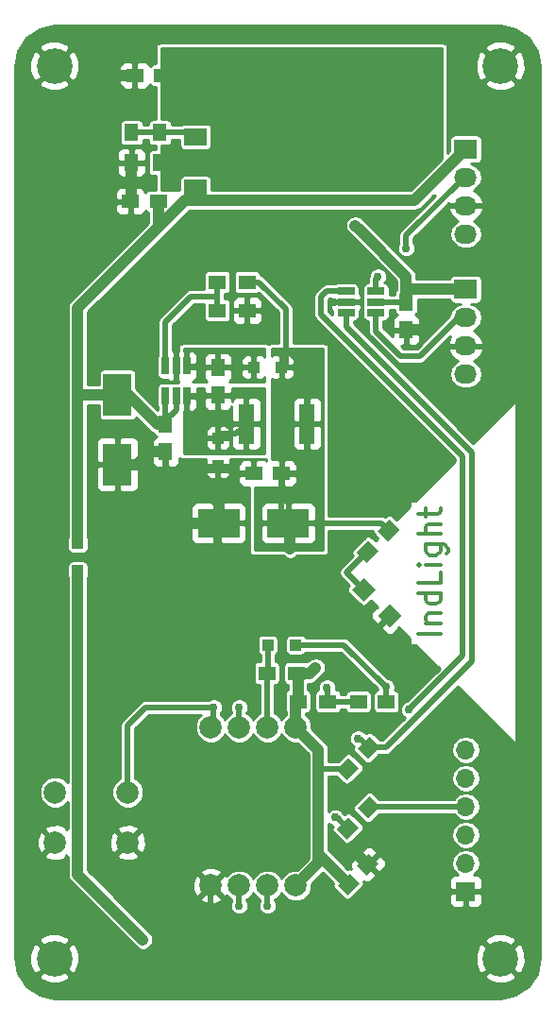
<source format=gbr>
G04 #@! TF.GenerationSoftware,KiCad,Pcbnew,no-vcs-found-7434~57~ubuntu16.04.1*
G04 #@! TF.CreationDate,2017-01-15T22:22:22-08:00*
G04 #@! TF.ProjectId,indLight,696E644C696768742E6B696361645F70,rev?*
G04 #@! TF.FileFunction,Copper,L1,Top,Signal*
G04 #@! TF.FilePolarity,Positive*
%FSLAX46Y46*%
G04 Gerber Fmt 4.6, Leading zero omitted, Abs format (unit mm)*
G04 Created by KiCad (PCBNEW no-vcs-found-7434~57~ubuntu16.04.1) date Sun Jan 15 22:22:22 2017*
%MOMM*%
%LPD*%
G01*
G04 APERTURE LIST*
%ADD10C,0.100000*%
%ADD11C,0.300000*%
%ADD12R,2.000000X3.800000*%
%ADD13R,2.000000X1.500000*%
%ADD14C,0.750000*%
%ADD15R,2.032000X1.727200*%
%ADD16O,2.032000X1.727200*%
%ADD17R,1.000000X1.000000*%
%ADD18R,1.560000X0.650000*%
%ADD19R,1.500000X1.250000*%
%ADD20R,0.650000X1.560000*%
%ADD21R,1.400000X3.560000*%
%ADD22C,3.200000*%
%ADD23C,2.000000*%
%ADD24C,1.300000*%
%ADD25O,1.700000X1.700000*%
%ADD26R,1.700000X1.700000*%
%ADD27R,3.750000X2.500000*%
%ADD28C,1.500000*%
%ADD29R,1.250000X1.500000*%
%ADD30R,1.500000X1.300000*%
%ADD31R,2.500000X3.750000*%
%ADD32C,1.250000*%
%ADD33R,1.300000X1.500000*%
%ADD34C,1.000000*%
%ADD35C,0.500000*%
%ADD36C,0.254000*%
G04 APERTURE END LIST*
D10*
D11*
X86629761Y-103901190D02*
X84629761Y-103901190D01*
X85296428Y-102948809D02*
X86629761Y-102948809D01*
X85486904Y-102948809D02*
X85391666Y-102853571D01*
X85296428Y-102663095D01*
X85296428Y-102377380D01*
X85391666Y-102186904D01*
X85582142Y-102091666D01*
X86629761Y-102091666D01*
X86629761Y-100282142D02*
X84629761Y-100282142D01*
X86534523Y-100282142D02*
X86629761Y-100472619D01*
X86629761Y-100853571D01*
X86534523Y-101044047D01*
X86439285Y-101139285D01*
X86248809Y-101234523D01*
X85677380Y-101234523D01*
X85486904Y-101139285D01*
X85391666Y-101044047D01*
X85296428Y-100853571D01*
X85296428Y-100472619D01*
X85391666Y-100282142D01*
X86629761Y-98377380D02*
X86629761Y-99329761D01*
X84629761Y-99329761D01*
X86629761Y-97710714D02*
X85296428Y-97710714D01*
X84629761Y-97710714D02*
X84725000Y-97805952D01*
X84820238Y-97710714D01*
X84725000Y-97615476D01*
X84629761Y-97710714D01*
X84820238Y-97710714D01*
X85296428Y-95901190D02*
X86915476Y-95901190D01*
X87105952Y-95996428D01*
X87201190Y-96091666D01*
X87296428Y-96282142D01*
X87296428Y-96567857D01*
X87201190Y-96758333D01*
X86534523Y-95901190D02*
X86629761Y-96091666D01*
X86629761Y-96472619D01*
X86534523Y-96663095D01*
X86439285Y-96758333D01*
X86248809Y-96853571D01*
X85677380Y-96853571D01*
X85486904Y-96758333D01*
X85391666Y-96663095D01*
X85296428Y-96472619D01*
X85296428Y-96091666D01*
X85391666Y-95901190D01*
X86629761Y-94948809D02*
X84629761Y-94948809D01*
X86629761Y-94091666D02*
X85582142Y-94091666D01*
X85391666Y-94186904D01*
X85296428Y-94377380D01*
X85296428Y-94663095D01*
X85391666Y-94853571D01*
X85486904Y-94948809D01*
X85296428Y-93425000D02*
X85296428Y-92663095D01*
X84629761Y-93139285D02*
X86344047Y-93139285D01*
X86534523Y-93044047D01*
X86629761Y-92853571D01*
X86629761Y-92663095D01*
D12*
X70966499Y-61671897D03*
D13*
X64666499Y-61671897D03*
X64666499Y-63971897D03*
X64666499Y-59371897D03*
D14*
X70483499Y-60147897D03*
X71499499Y-60147897D03*
X70483499Y-61163897D03*
X71499499Y-61163897D03*
X70483499Y-62179897D03*
X71499499Y-62179897D03*
X71499499Y-63195897D03*
X70483499Y-63195897D03*
D15*
X88900000Y-60452000D03*
D16*
X88900000Y-62992000D03*
X88900000Y-65532000D03*
X88900000Y-68072000D03*
X88900000Y-80645000D03*
X88900000Y-78105000D03*
X88900000Y-75565000D03*
D15*
X88900000Y-73025000D03*
D17*
X66675000Y-86380000D03*
X66675000Y-88880000D03*
X71140000Y-104902000D03*
X73640000Y-104902000D03*
X69870000Y-80010000D03*
X72370000Y-80010000D03*
X54102000Y-98278000D03*
X54102000Y-95778000D03*
D18*
X78152000Y-73218000D03*
X78152000Y-74168000D03*
X78152000Y-75118000D03*
X80852000Y-75118000D03*
X80852000Y-73218000D03*
X80852000Y-74168000D03*
D19*
X59202000Y-53848000D03*
X61702000Y-53848000D03*
D20*
X62912982Y-82604168D03*
X63862982Y-82604168D03*
X61962982Y-82604168D03*
X61962982Y-79904168D03*
X62912982Y-79904168D03*
X63862982Y-79904168D03*
D21*
X74675000Y-85090000D03*
X69215000Y-85090000D03*
D22*
X92000000Y-53000000D03*
X92000000Y-133000000D03*
X52000000Y-53000000D03*
X52000000Y-133000000D03*
D23*
X58570000Y-118110000D03*
X58570000Y-122610000D03*
X52070000Y-118110000D03*
X52070000Y-122610000D03*
D19*
X81768000Y-109982000D03*
X79268000Y-109982000D03*
D24*
X80202594Y-114107406D03*
D10*
G36*
X80131883Y-115097355D02*
X79212645Y-114178117D01*
X80273305Y-113117457D01*
X81192543Y-114036695D01*
X80131883Y-115097355D01*
X80131883Y-115097355D01*
G37*
D24*
X78293406Y-116016594D03*
D10*
G36*
X78222695Y-117006543D02*
X77303457Y-116087305D01*
X78364117Y-115026645D01*
X79283355Y-115945883D01*
X78222695Y-117006543D01*
X78222695Y-117006543D01*
G37*
D25*
X88900000Y-114300000D03*
X88900000Y-116840000D03*
X88900000Y-119380000D03*
X88900000Y-121920000D03*
X88900000Y-124460000D03*
D26*
X88900000Y-127000000D03*
D27*
X72975000Y-93980000D03*
X66725000Y-93980000D03*
D24*
X81991044Y-94633034D03*
D10*
G36*
X81920333Y-95622983D02*
X81001095Y-94703745D01*
X82061755Y-93643085D01*
X82980993Y-94562323D01*
X81920333Y-95622983D01*
X81920333Y-95622983D01*
G37*
D24*
X80081856Y-96542222D03*
D10*
G36*
X80011145Y-97532171D02*
X79091907Y-96612933D01*
X80152567Y-95552273D01*
X81071805Y-96471511D01*
X80011145Y-97532171D01*
X80011145Y-97532171D01*
G37*
D28*
X82076176Y-102278854D03*
D10*
G36*
X81015516Y-102278854D02*
X82076176Y-101218194D01*
X83136836Y-102278854D01*
X82076176Y-103339514D01*
X81015516Y-102278854D01*
X81015516Y-102278854D01*
G37*
D28*
X79742724Y-99945402D03*
D10*
G36*
X78682064Y-99945402D02*
X79742724Y-98884742D01*
X80803384Y-99945402D01*
X79742724Y-101006062D01*
X78682064Y-99945402D01*
X78682064Y-99945402D01*
G37*
D29*
X61976000Y-85110000D03*
X61976000Y-87610000D03*
D30*
X69295000Y-74930000D03*
X66595000Y-74930000D03*
X69295000Y-72390000D03*
X66595000Y-72390000D03*
D31*
X57658000Y-82473000D03*
X57658000Y-88723000D03*
D23*
X66040000Y-112268000D03*
X68580000Y-112268000D03*
X71120000Y-112268000D03*
X73660000Y-112268000D03*
X73660000Y-126468000D03*
X71120000Y-126468000D03*
X68580000Y-126468000D03*
X66040000Y-126468000D03*
D29*
X66675000Y-82530000D03*
X66675000Y-80030000D03*
D24*
X78293406Y-121350594D03*
D10*
G36*
X78222695Y-122340543D02*
X77303457Y-121421305D01*
X78364117Y-120360645D01*
X79283355Y-121279883D01*
X78222695Y-122340543D01*
X78222695Y-122340543D01*
G37*
D24*
X80202594Y-119441406D03*
D10*
G36*
X80131883Y-120431355D02*
X79212645Y-119512117D01*
X80273305Y-118451457D01*
X81192543Y-119370695D01*
X80131883Y-120431355D01*
X80131883Y-120431355D01*
G37*
D19*
X61324719Y-65154507D03*
X58824719Y-65154507D03*
D29*
X83566000Y-74188000D03*
X83566000Y-76688000D03*
D32*
X78364117Y-126359883D03*
D10*
G36*
X78275729Y-127332155D02*
X77391845Y-126448271D01*
X78452505Y-125387611D01*
X79336389Y-126271495D01*
X78275729Y-127332155D01*
X78275729Y-127332155D01*
G37*
D32*
X80131883Y-124592117D03*
D10*
G36*
X80043495Y-125564389D02*
X79159611Y-124680505D01*
X80220271Y-123619845D01*
X81104155Y-124503729D01*
X80043495Y-125564389D01*
X80043495Y-125564389D01*
G37*
D33*
X61466499Y-58971897D03*
X61466499Y-61671897D03*
X58926499Y-61671897D03*
X58926499Y-58971897D03*
D30*
X73740000Y-107442000D03*
X71040000Y-107442000D03*
X73834000Y-109982000D03*
X76534000Y-109982000D03*
D19*
X72370000Y-89535000D03*
X69870000Y-89535000D03*
D14*
X81026000Y-103378000D03*
X73660000Y-128270012D03*
X66294000Y-106934000D03*
X77724000Y-106934000D03*
X64262000Y-122428000D03*
X71882000Y-122428000D03*
X71882000Y-117602000D03*
X64262000Y-117602000D03*
X80518000Y-112014000D03*
X76962000Y-112522000D03*
X57912000Y-53848000D03*
X58928000Y-67310000D03*
X66294000Y-67310006D03*
X55880000Y-100584006D03*
X52324000Y-100584000D03*
X52324000Y-93472000D03*
X55880000Y-93472000D03*
X65278000Y-89662000D03*
X61976000Y-89154000D03*
X68072000Y-89662000D03*
X66548000Y-96266000D03*
X66548000Y-91948000D03*
X63754000Y-93980000D03*
X66039986Y-128270000D03*
X79248000Y-123698000D03*
X62992000Y-77724000D03*
X60452000Y-87630000D03*
X59690000Y-63500000D03*
X79502000Y-86360000D03*
X76981081Y-74187081D03*
X74421990Y-67310000D03*
X69342000Y-76200000D03*
X84836000Y-76708000D03*
X78994000Y-67310068D03*
X75438000Y-106934000D03*
X73152000Y-96266000D03*
X71120000Y-128270000D03*
X77196919Y-120376919D03*
X83800919Y-110724919D03*
X68580000Y-128270000D03*
X79248000Y-113284000D03*
X68580000Y-110490000D03*
X83566000Y-69342000D03*
X81026000Y-71882000D03*
X76454000Y-108712000D03*
X66294000Y-110490000D03*
X81768000Y-108692000D03*
X59944000Y-131318000D03*
D34*
X88900000Y-60452000D02*
X84297989Y-65054011D01*
X84297989Y-65054011D02*
X77379496Y-65054011D01*
X77379496Y-65054011D02*
X64770000Y-65054011D01*
X64770000Y-65054011D02*
X63723989Y-65054011D01*
X64770000Y-65054011D02*
X64770000Y-64075398D01*
X64770000Y-64075398D02*
X64666499Y-63971897D01*
X63754000Y-65024000D02*
X62484000Y-66294000D01*
X62484000Y-66294000D02*
X59944000Y-68834000D01*
X63723989Y-65054011D02*
X62484000Y-66294000D01*
X64666499Y-63971897D02*
X64666499Y-64920499D01*
X64666499Y-64920499D02*
X64770000Y-65024000D01*
X54102000Y-74676000D02*
X59944000Y-68834000D01*
X59944000Y-68834000D02*
X61324719Y-67453281D01*
X54102000Y-95378000D02*
X54102000Y-82296000D01*
X54102000Y-82296000D02*
X54102000Y-74676000D01*
X57658000Y-82473000D02*
X54279000Y-82473000D01*
X54279000Y-82473000D02*
X54102000Y-82296000D01*
X61324719Y-67453281D02*
X61324719Y-65154507D01*
X57658000Y-82473000D02*
X58597000Y-82473000D01*
X58597000Y-82473000D02*
X61234000Y-85110000D01*
X61234000Y-85110000D02*
X61976000Y-85110000D01*
D35*
X61962982Y-82604168D02*
X61962982Y-84328000D01*
X62912982Y-83884168D02*
X62469150Y-84328000D01*
X61962982Y-84328000D02*
X61962982Y-85096982D01*
X62469150Y-84328000D02*
X61962982Y-84328000D01*
X62912982Y-82604168D02*
X62912982Y-83884168D01*
X61962982Y-85096982D02*
X61976000Y-85110000D01*
X82076176Y-102278854D02*
X82076176Y-102327824D01*
X82076176Y-102327824D02*
X81026000Y-103378000D01*
X76962000Y-112522000D02*
X77470000Y-112014000D01*
X77470000Y-112014000D02*
X80518000Y-112014000D01*
X78132919Y-74187081D02*
X77511411Y-74187081D01*
X77511411Y-74187081D02*
X76981081Y-74187081D01*
X78152000Y-74168000D02*
X78132919Y-74187081D01*
D34*
X59202000Y-53848000D02*
X57912000Y-53848000D01*
D35*
X56388000Y-100076006D02*
X56254999Y-100209007D01*
X56388000Y-93980000D02*
X56388000Y-100076006D01*
X56254999Y-100209007D02*
X55880000Y-100584006D01*
X63754000Y-93980000D02*
X56388000Y-93980000D01*
X56388000Y-93980000D02*
X55880000Y-93472000D01*
X66548000Y-96266000D02*
X66548000Y-94157000D01*
X66548000Y-94157000D02*
X66725000Y-93980000D01*
X66675000Y-89280000D02*
X65660000Y-89280000D01*
X65660000Y-89280000D02*
X65278000Y-89662000D01*
X61976000Y-87610000D02*
X61976000Y-89154000D01*
X69870000Y-89535000D02*
X68199000Y-89535000D01*
X68199000Y-89535000D02*
X68072000Y-89662000D01*
X66675000Y-89280000D02*
X67690000Y-89280000D01*
X67690000Y-89280000D02*
X68072000Y-89662000D01*
D34*
X66725000Y-93980000D02*
X66725000Y-92125000D01*
X66725000Y-92125000D02*
X66548000Y-91948000D01*
X66725000Y-93980000D02*
X63754000Y-93980000D01*
D35*
X66040000Y-128269986D02*
X66039986Y-128270000D01*
X66040000Y-126468000D02*
X66040000Y-128269986D01*
D34*
X80131883Y-124592117D02*
X80131883Y-124581883D01*
X80131883Y-124581883D02*
X79248000Y-123698000D01*
D35*
X69295000Y-74930000D02*
X69295000Y-76153000D01*
X69295000Y-76153000D02*
X69342000Y-76200000D01*
X62912982Y-77803018D02*
X62992000Y-77724000D01*
X62912982Y-79904168D02*
X62912982Y-77803018D01*
D34*
X57658000Y-88723000D02*
X59359000Y-88723000D01*
X59359000Y-88723000D02*
X60452000Y-87630000D01*
X61976000Y-87610000D02*
X60472000Y-87610000D01*
X60472000Y-87610000D02*
X60452000Y-87630000D01*
X83566000Y-76688000D02*
X84816000Y-76688000D01*
X84816000Y-76688000D02*
X84836000Y-76708000D01*
X58926499Y-63500000D02*
X58926499Y-65052727D01*
X58926499Y-61671897D02*
X58926499Y-63500000D01*
X58926499Y-63500000D02*
X59690000Y-63500000D01*
X58926499Y-65052727D02*
X58824719Y-65154507D01*
D35*
X66675000Y-85980000D02*
X68325000Y-85980000D01*
X68325000Y-85980000D02*
X69215000Y-85090000D01*
X66675000Y-85980000D02*
X66675000Y-82530000D01*
X63862982Y-82604168D02*
X66600832Y-82604168D01*
X66600832Y-82604168D02*
X66675000Y-82530000D01*
X66675000Y-80030000D02*
X63988814Y-80030000D01*
X63988814Y-80030000D02*
X63862982Y-79904168D01*
X69470000Y-80010000D02*
X66695000Y-80010000D01*
X66695000Y-80010000D02*
X66675000Y-80030000D01*
X83566000Y-74188000D02*
X80872000Y-74188000D01*
X80872000Y-74188000D02*
X80852000Y-74168000D01*
D34*
X79368999Y-67685067D02*
X78994000Y-67310068D01*
X83566000Y-71882068D02*
X79368999Y-67685067D01*
X83566000Y-72438000D02*
X83566000Y-71882068D01*
X88900000Y-73025000D02*
X83693000Y-73025000D01*
X83693000Y-73025000D02*
X83566000Y-72898000D01*
X83566000Y-72898000D02*
X83566000Y-72438000D01*
X83566000Y-74188000D02*
X83566000Y-72438000D01*
X61702000Y-53848000D02*
X66802000Y-53848000D01*
X66802000Y-53848000D02*
X67564000Y-54610000D01*
X67564000Y-54610000D02*
X67564000Y-61671897D01*
X64666499Y-61671897D02*
X67564000Y-61671897D01*
X67564000Y-61671897D02*
X70966499Y-61671897D01*
D35*
X64666499Y-61671897D02*
X61466499Y-61671897D01*
X83546000Y-74168000D02*
X83566000Y-74188000D01*
D34*
X75063001Y-107308999D02*
X75438000Y-106934000D01*
X74930000Y-107442000D02*
X75063001Y-107308999D01*
X73740000Y-107442000D02*
X74930000Y-107442000D01*
D35*
X72370000Y-89535000D02*
X72370000Y-93375000D01*
X72370000Y-93375000D02*
X72975000Y-93980000D01*
X74675000Y-89028000D02*
X74168000Y-89535000D01*
X74168000Y-89535000D02*
X72370000Y-89535000D01*
X74675000Y-85090000D02*
X74675000Y-89028000D01*
X74675000Y-85090000D02*
X74675000Y-80965000D01*
X74675000Y-80965000D02*
X73720000Y-80010000D01*
X73720000Y-80010000D02*
X72770000Y-80010000D01*
D34*
X75692000Y-123698000D02*
X75692000Y-116078000D01*
X75692000Y-124436000D02*
X75692000Y-123698000D01*
X75692000Y-123698000D02*
X75702234Y-123698000D01*
X75702234Y-123698000D02*
X78364117Y-126359883D01*
X75692000Y-116078000D02*
X75692000Y-115570000D01*
D35*
X75692000Y-116078000D02*
X75753406Y-116016594D01*
X75753406Y-116016594D02*
X78293406Y-116016594D01*
D34*
X75692000Y-115570000D02*
X75692000Y-114300000D01*
D35*
X75692000Y-115570000D02*
X75866000Y-115396000D01*
D34*
X75692000Y-114300000D02*
X73660000Y-112268000D01*
X73660000Y-126468000D02*
X75692000Y-124436000D01*
X73152000Y-96266000D02*
X73152000Y-94157000D01*
X73152000Y-94157000D02*
X72975000Y-93980000D01*
X73834000Y-109982000D02*
X73834000Y-107536000D01*
X73834000Y-107536000D02*
X73740000Y-107442000D01*
X73660000Y-112268000D02*
X73660000Y-110156000D01*
X73660000Y-110156000D02*
X73834000Y-109982000D01*
D35*
X73660000Y-112268000D02*
X73914000Y-112268000D01*
X81991044Y-94633034D02*
X81338010Y-93980000D01*
X81338010Y-93980000D02*
X72975000Y-93980000D01*
X70358000Y-72390000D02*
X72770000Y-74802000D01*
X72770000Y-74802000D02*
X72770000Y-80010000D01*
X69295000Y-72390000D02*
X70358000Y-72390000D01*
X71120000Y-126468000D02*
X71120000Y-128270000D01*
X83800919Y-110724919D02*
X88646000Y-105879838D01*
X88646000Y-105879838D02*
X88646000Y-87999386D01*
X88646000Y-87999386D02*
X75946000Y-75299386D01*
X75946000Y-75299386D02*
X75946000Y-73660000D01*
X75946000Y-73660000D02*
X76388000Y-73218000D01*
X76388000Y-73218000D02*
X76872000Y-73218000D01*
X76872000Y-73218000D02*
X78152000Y-73218000D01*
X77319731Y-120376919D02*
X77196919Y-120376919D01*
X78293406Y-121350594D02*
X77319731Y-120376919D01*
X78152000Y-73218000D02*
X77697000Y-73218000D01*
X68580000Y-128270000D02*
X68580000Y-126468000D01*
X89446010Y-106387990D02*
X89446010Y-87668010D01*
X89446010Y-87668010D02*
X78152000Y-76374000D01*
X78152000Y-76374000D02*
X78152000Y-75943000D01*
X81726594Y-114107406D02*
X89446010Y-106387990D01*
X80202594Y-114107406D02*
X81726594Y-114107406D01*
X78152000Y-75943000D02*
X78152000Y-75118000D01*
X79248000Y-113284000D02*
X79379188Y-113284000D01*
X79379188Y-113284000D02*
X80202594Y-114107406D01*
X68580000Y-112268000D02*
X68580000Y-110490000D01*
X88747600Y-62992000D02*
X88900000Y-62992000D01*
X83566000Y-68173600D02*
X88747600Y-62992000D01*
X83566000Y-69342000D02*
X83566000Y-68173600D01*
X80852000Y-73218000D02*
X80852000Y-72056000D01*
X80852000Y-72056000D02*
X81026000Y-71882000D01*
X80852000Y-75118000D02*
X80852000Y-76788000D01*
X83058000Y-78994000D02*
X84836000Y-78994000D01*
X80852000Y-76788000D02*
X83058000Y-78994000D01*
X84836000Y-78994000D02*
X88265000Y-75565000D01*
X88265000Y-75565000D02*
X88900000Y-75565000D01*
X64666499Y-59371897D02*
X64222602Y-58928000D01*
X61510396Y-58928000D02*
X61466499Y-58971897D01*
X64222602Y-58928000D02*
X61510396Y-58928000D01*
X61466499Y-58971897D02*
X58926499Y-58971897D01*
X61962982Y-79904168D02*
X61962982Y-75959018D01*
X61962982Y-75959018D02*
X64262000Y-73660000D01*
X64262000Y-73660000D02*
X66595000Y-73660000D01*
X66595000Y-72390000D02*
X66595000Y-73660000D01*
X66595000Y-73660000D02*
X66595000Y-74930000D01*
X79742724Y-99945402D02*
X78232000Y-98434678D01*
X78232000Y-98434678D02*
X78232000Y-98392078D01*
X78232000Y-98392078D02*
X79248000Y-97376078D01*
X79248000Y-97376078D02*
X80081856Y-96542222D01*
X76534000Y-109982000D02*
X76534000Y-108792000D01*
X76534000Y-108792000D02*
X76454000Y-108712000D01*
X58570000Y-112118000D02*
X60198000Y-110490000D01*
X60198000Y-110490000D02*
X66294000Y-110490000D01*
X58570000Y-118110000D02*
X58570000Y-112118000D01*
X66294000Y-110490000D02*
X66294000Y-112014000D01*
X66294000Y-112014000D02*
X66040000Y-112268000D01*
X79268000Y-109982000D02*
X76534000Y-109982000D01*
X71140000Y-104902000D02*
X71140000Y-107342000D01*
X71140000Y-107342000D02*
X71040000Y-107442000D01*
X70740000Y-107142000D02*
X71040000Y-107442000D01*
X71120000Y-112268000D02*
X71120000Y-107522000D01*
X71120000Y-107522000D02*
X71040000Y-107442000D01*
X83820000Y-119380000D02*
X88900000Y-119380000D01*
X83820000Y-119380000D02*
X80264000Y-119380000D01*
X80264000Y-119380000D02*
X80202594Y-119441406D01*
X81768000Y-109982000D02*
X81768000Y-108692000D01*
X77978000Y-104902000D02*
X81768000Y-108692000D01*
X74040000Y-104902000D02*
X77978000Y-104902000D01*
D34*
X54102000Y-98678000D02*
X54102000Y-125476000D01*
X54102000Y-125476000D02*
X59944000Y-131318000D01*
D36*
G36*
X93362566Y-49710475D02*
X94517693Y-50482306D01*
X95289526Y-51637436D01*
X95569000Y-53042448D01*
X95569000Y-132957552D01*
X95289526Y-134362564D01*
X94517693Y-135517694D01*
X93362566Y-136289525D01*
X91957552Y-136569000D01*
X52042448Y-136569000D01*
X50637436Y-136289526D01*
X49482306Y-135517693D01*
X48859904Y-134586202D01*
X50593403Y-134586202D01*
X50765390Y-134915360D01*
X51592346Y-135242026D01*
X52481363Y-135227365D01*
X53234610Y-134915360D01*
X53406597Y-134586202D01*
X90593403Y-134586202D01*
X90765390Y-134915360D01*
X91592346Y-135242026D01*
X92481363Y-135227365D01*
X93234610Y-134915360D01*
X93406597Y-134586202D01*
X92000000Y-133179605D01*
X90593403Y-134586202D01*
X53406597Y-134586202D01*
X52000000Y-133179605D01*
X50593403Y-134586202D01*
X48859904Y-134586202D01*
X48710475Y-134362566D01*
X48431000Y-132957552D01*
X48431000Y-132592346D01*
X49757974Y-132592346D01*
X49772635Y-133481363D01*
X50084640Y-134234610D01*
X50413798Y-134406597D01*
X51820395Y-133000000D01*
X52179605Y-133000000D01*
X53586202Y-134406597D01*
X53915360Y-134234610D01*
X54242026Y-133407654D01*
X54228581Y-132592346D01*
X89757974Y-132592346D01*
X89772635Y-133481363D01*
X90084640Y-134234610D01*
X90413798Y-134406597D01*
X91820395Y-133000000D01*
X92179605Y-133000000D01*
X93586202Y-134406597D01*
X93915360Y-134234610D01*
X94242026Y-133407654D01*
X94227365Y-132518637D01*
X93915360Y-131765390D01*
X93586202Y-131593403D01*
X92179605Y-133000000D01*
X91820395Y-133000000D01*
X90413798Y-131593403D01*
X90084640Y-131765390D01*
X89757974Y-132592346D01*
X54228581Y-132592346D01*
X54227365Y-132518637D01*
X53915360Y-131765390D01*
X53586202Y-131593403D01*
X52179605Y-133000000D01*
X51820395Y-133000000D01*
X50413798Y-131593403D01*
X50084640Y-131765390D01*
X49757974Y-132592346D01*
X48431000Y-132592346D01*
X48431000Y-131413798D01*
X50593403Y-131413798D01*
X52000000Y-132820395D01*
X53406597Y-131413798D01*
X53234610Y-131084640D01*
X52407654Y-130757974D01*
X51518637Y-130772635D01*
X50765390Y-131084640D01*
X50593403Y-131413798D01*
X48431000Y-131413798D01*
X48431000Y-122345461D01*
X50424092Y-122345461D01*
X50448144Y-122995460D01*
X50650613Y-123484264D01*
X50917468Y-123582927D01*
X51890395Y-122610000D01*
X50917468Y-121637073D01*
X50650613Y-121735736D01*
X50424092Y-122345461D01*
X48431000Y-122345461D01*
X48431000Y-118392603D01*
X50642752Y-118392603D01*
X50859543Y-118917275D01*
X51260614Y-119319047D01*
X51784907Y-119536752D01*
X52352603Y-119537248D01*
X52877275Y-119320457D01*
X53175000Y-119023251D01*
X53175000Y-121360980D01*
X53157206Y-121343186D01*
X53042926Y-121457466D01*
X52944264Y-121190613D01*
X52334539Y-120964092D01*
X51684540Y-120988144D01*
X51195736Y-121190613D01*
X51097073Y-121457468D01*
X52070000Y-122430395D01*
X52084143Y-122416253D01*
X52263748Y-122595858D01*
X52249605Y-122610000D01*
X52263748Y-122624143D01*
X52084143Y-122803748D01*
X52070000Y-122789605D01*
X51097073Y-123762532D01*
X51195736Y-124029387D01*
X51805461Y-124255908D01*
X52455460Y-124231856D01*
X52944264Y-124029387D01*
X53042926Y-123762534D01*
X53157206Y-123876814D01*
X53175000Y-123859020D01*
X53175000Y-125476000D01*
X53245564Y-125830748D01*
X53434328Y-126113253D01*
X53446512Y-126131488D01*
X59288512Y-131973488D01*
X59589253Y-132174437D01*
X59944000Y-132245000D01*
X60298747Y-132174437D01*
X60599488Y-131973488D01*
X60800437Y-131672747D01*
X60851944Y-131413798D01*
X90593403Y-131413798D01*
X92000000Y-132820395D01*
X93406597Y-131413798D01*
X93234610Y-131084640D01*
X92407654Y-130757974D01*
X91518637Y-130772635D01*
X90765390Y-131084640D01*
X90593403Y-131413798D01*
X60851944Y-131413798D01*
X60871000Y-131318000D01*
X60800437Y-130963253D01*
X60599488Y-130662512D01*
X57557508Y-127620532D01*
X65067073Y-127620532D01*
X65165736Y-127887387D01*
X65775461Y-128113908D01*
X66425460Y-128089856D01*
X66914264Y-127887387D01*
X67012927Y-127620532D01*
X66040000Y-126647605D01*
X65067073Y-127620532D01*
X57557508Y-127620532D01*
X56140437Y-126203461D01*
X64394092Y-126203461D01*
X64418144Y-126853460D01*
X64620613Y-127342264D01*
X64887468Y-127440927D01*
X65860395Y-126468000D01*
X64887468Y-125495073D01*
X64620613Y-125593736D01*
X64394092Y-126203461D01*
X56140437Y-126203461D01*
X55252444Y-125315468D01*
X65067073Y-125315468D01*
X66040000Y-126288395D01*
X67012927Y-125315468D01*
X66914264Y-125048613D01*
X66304539Y-124822092D01*
X65654540Y-124846144D01*
X65165736Y-125048613D01*
X65067073Y-125315468D01*
X55252444Y-125315468D01*
X55029000Y-125092024D01*
X55029000Y-123762532D01*
X57597073Y-123762532D01*
X57695736Y-124029387D01*
X58305461Y-124255908D01*
X58955460Y-124231856D01*
X59444264Y-124029387D01*
X59542927Y-123762532D01*
X58570000Y-122789605D01*
X57597073Y-123762532D01*
X55029000Y-123762532D01*
X55029000Y-122345461D01*
X56924092Y-122345461D01*
X56948144Y-122995460D01*
X57150613Y-123484264D01*
X57417468Y-123582927D01*
X58390395Y-122610000D01*
X58749605Y-122610000D01*
X59722532Y-123582927D01*
X59989387Y-123484264D01*
X60215908Y-122874539D01*
X60191856Y-122224540D01*
X59989387Y-121735736D01*
X59722532Y-121637073D01*
X58749605Y-122610000D01*
X58390395Y-122610000D01*
X57417468Y-121637073D01*
X57150613Y-121735736D01*
X56924092Y-122345461D01*
X55029000Y-122345461D01*
X55029000Y-121457468D01*
X57597073Y-121457468D01*
X58570000Y-122430395D01*
X59542927Y-121457468D01*
X59444264Y-121190613D01*
X58834539Y-120964092D01*
X58184540Y-120988144D01*
X57695736Y-121190613D01*
X57597073Y-121457468D01*
X55029000Y-121457468D01*
X55029000Y-118392603D01*
X57142752Y-118392603D01*
X57359543Y-118917275D01*
X57760614Y-119319047D01*
X58284907Y-119536752D01*
X58852603Y-119537248D01*
X59377275Y-119320457D01*
X59779047Y-118919386D01*
X59996752Y-118395093D01*
X59997248Y-117827397D01*
X59780457Y-117302725D01*
X59379386Y-116900953D01*
X59247000Y-116845982D01*
X59247000Y-112398422D01*
X60478423Y-111167000D01*
X65123077Y-111167000D01*
X64830953Y-111458614D01*
X64613248Y-111982907D01*
X64612752Y-112550603D01*
X64829543Y-113075275D01*
X65230614Y-113477047D01*
X65754907Y-113694752D01*
X66322603Y-113695248D01*
X66847275Y-113478457D01*
X67249047Y-113077386D01*
X67309881Y-112930882D01*
X67369543Y-113075275D01*
X67770614Y-113477047D01*
X68294907Y-113694752D01*
X68862603Y-113695248D01*
X69387275Y-113478457D01*
X69789047Y-113077386D01*
X69849881Y-112930882D01*
X69909543Y-113075275D01*
X70310614Y-113477047D01*
X70834907Y-113694752D01*
X71402603Y-113695248D01*
X71927275Y-113478457D01*
X72329047Y-113077386D01*
X72389881Y-112930882D01*
X72449543Y-113075275D01*
X72850614Y-113477047D01*
X73374907Y-113694752D01*
X73776127Y-113695103D01*
X74765000Y-114683976D01*
X74765000Y-124052024D01*
X73775924Y-125041100D01*
X73377397Y-125040752D01*
X72852725Y-125257543D01*
X72450953Y-125658614D01*
X72390119Y-125805118D01*
X72330457Y-125660725D01*
X71929386Y-125258953D01*
X71405093Y-125041248D01*
X70837397Y-125040752D01*
X70312725Y-125257543D01*
X69910953Y-125658614D01*
X69850119Y-125805118D01*
X69790457Y-125660725D01*
X69389386Y-125258953D01*
X68865093Y-125041248D01*
X68297397Y-125040752D01*
X67772725Y-125257543D01*
X67442280Y-125587411D01*
X67192532Y-125495073D01*
X66219605Y-126468000D01*
X67192532Y-127440927D01*
X67442608Y-127348468D01*
X67770614Y-127677047D01*
X67903000Y-127732018D01*
X67903000Y-127812608D01*
X67900494Y-127815110D01*
X67778140Y-128109772D01*
X67777861Y-128428828D01*
X67899701Y-128723703D01*
X68125110Y-128949506D01*
X68419772Y-129071860D01*
X68738828Y-129072139D01*
X69033703Y-128950299D01*
X69259506Y-128724890D01*
X69381860Y-128430228D01*
X69382139Y-128111172D01*
X69260299Y-127816297D01*
X69257000Y-127812992D01*
X69257000Y-127732286D01*
X69387275Y-127678457D01*
X69789047Y-127277386D01*
X69849881Y-127130882D01*
X69909543Y-127275275D01*
X70310614Y-127677047D01*
X70443000Y-127732018D01*
X70443000Y-127812608D01*
X70440494Y-127815110D01*
X70318140Y-128109772D01*
X70317861Y-128428828D01*
X70439701Y-128723703D01*
X70665110Y-128949506D01*
X70959772Y-129071860D01*
X71278828Y-129072139D01*
X71573703Y-128950299D01*
X71799506Y-128724890D01*
X71921860Y-128430228D01*
X71922139Y-128111172D01*
X71800299Y-127816297D01*
X71797000Y-127812992D01*
X71797000Y-127732286D01*
X71927275Y-127678457D01*
X72329047Y-127277386D01*
X72389881Y-127130882D01*
X72449543Y-127275275D01*
X72850614Y-127677047D01*
X73374907Y-127894752D01*
X73942603Y-127895248D01*
X74467275Y-127678457D01*
X74869047Y-127277386D01*
X75086752Y-126753093D01*
X75087103Y-126351873D01*
X76066117Y-125372859D01*
X76987181Y-126293923D01*
X76956480Y-126448271D01*
X76989620Y-126614878D01*
X77083995Y-126756121D01*
X77967879Y-127640005D01*
X78109122Y-127734380D01*
X78275729Y-127767520D01*
X78442336Y-127734380D01*
X78583579Y-127640005D01*
X78937834Y-127285750D01*
X87415000Y-127285750D01*
X87415000Y-127976310D01*
X87511673Y-128209699D01*
X87690302Y-128388327D01*
X87923691Y-128485000D01*
X88614250Y-128485000D01*
X88773000Y-128326250D01*
X88773000Y-127127000D01*
X89027000Y-127127000D01*
X89027000Y-128326250D01*
X89185750Y-128485000D01*
X89876309Y-128485000D01*
X90109698Y-128388327D01*
X90288327Y-128209699D01*
X90385000Y-127976310D01*
X90385000Y-127285750D01*
X90226250Y-127127000D01*
X89027000Y-127127000D01*
X88773000Y-127127000D01*
X87573750Y-127127000D01*
X87415000Y-127285750D01*
X78937834Y-127285750D01*
X79644239Y-126579345D01*
X79738614Y-126438102D01*
X79771754Y-126271495D01*
X79743065Y-126127266D01*
X79917186Y-126199389D01*
X80169804Y-126199388D01*
X80403194Y-126102716D01*
X80820782Y-125685127D01*
X80820782Y-125460621D01*
X80131883Y-124771722D01*
X80117741Y-124785865D01*
X79938136Y-124606260D01*
X79952278Y-124592117D01*
X80311488Y-124592117D01*
X81000387Y-125281016D01*
X81224893Y-125281016D01*
X81642482Y-124863428D01*
X81739154Y-124630038D01*
X81739155Y-124377420D01*
X81642482Y-124144031D01*
X81463854Y-123965402D01*
X81313282Y-123814830D01*
X81088775Y-123814830D01*
X80311488Y-124592117D01*
X79952278Y-124592117D01*
X79263379Y-123903218D01*
X79038873Y-123903218D01*
X78621284Y-124320806D01*
X78524612Y-124554196D01*
X78524611Y-124806814D01*
X78596734Y-124980935D01*
X78452505Y-124952246D01*
X78298157Y-124982947D01*
X76814317Y-123499107D01*
X79442984Y-123499107D01*
X79442984Y-123723613D01*
X80131883Y-124412512D01*
X80909170Y-123635225D01*
X80909170Y-123410718D01*
X80758598Y-123260146D01*
X80579969Y-123081518D01*
X80346580Y-122984845D01*
X80093962Y-122984846D01*
X79860572Y-123081518D01*
X79442984Y-123499107D01*
X76814317Y-123499107D01*
X76619000Y-123303790D01*
X76619000Y-120933181D01*
X76742029Y-121056425D01*
X76970362Y-121151237D01*
X76901232Y-121254698D01*
X76868092Y-121421305D01*
X76901232Y-121587912D01*
X76995607Y-121729155D01*
X77914845Y-122648393D01*
X78056088Y-122742768D01*
X78222695Y-122775908D01*
X78389302Y-122742768D01*
X78530545Y-122648393D01*
X79591205Y-121587733D01*
X79685580Y-121446490D01*
X79718720Y-121279883D01*
X79685580Y-121113276D01*
X79591205Y-120972033D01*
X78671967Y-120052795D01*
X78530724Y-119958420D01*
X78364117Y-119925280D01*
X78197510Y-119958420D01*
X78056267Y-120052795D01*
X78004648Y-120104414D01*
X77915078Y-120014844D01*
X77877218Y-119923216D01*
X77651809Y-119697413D01*
X77357147Y-119575059D01*
X77038091Y-119574780D01*
X76743216Y-119696620D01*
X76619000Y-119820619D01*
X76619000Y-119512117D01*
X78777280Y-119512117D01*
X78810420Y-119678724D01*
X78904795Y-119819967D01*
X79824033Y-120739205D01*
X79965276Y-120833580D01*
X80131883Y-120866720D01*
X80298490Y-120833580D01*
X80439733Y-120739205D01*
X81121938Y-120057000D01*
X87821015Y-120057000D01*
X87972007Y-120282975D01*
X88386295Y-120559794D01*
X88839791Y-120650000D01*
X88386295Y-120740206D01*
X87972007Y-121017025D01*
X87695188Y-121431313D01*
X87597982Y-121920000D01*
X87695188Y-122408687D01*
X87972007Y-122822975D01*
X88386295Y-123099794D01*
X88839791Y-123190000D01*
X88386295Y-123280206D01*
X87972007Y-123557025D01*
X87695188Y-123971313D01*
X87597982Y-124460000D01*
X87695188Y-124948687D01*
X87972007Y-125362975D01*
X88199528Y-125515000D01*
X87923691Y-125515000D01*
X87690302Y-125611673D01*
X87511673Y-125790301D01*
X87415000Y-126023690D01*
X87415000Y-126714250D01*
X87573750Y-126873000D01*
X88773000Y-126873000D01*
X88773000Y-126853000D01*
X89027000Y-126853000D01*
X89027000Y-126873000D01*
X90226250Y-126873000D01*
X90385000Y-126714250D01*
X90385000Y-126023690D01*
X90288327Y-125790301D01*
X90109698Y-125611673D01*
X89876309Y-125515000D01*
X89600472Y-125515000D01*
X89827993Y-125362975D01*
X90104812Y-124948687D01*
X90202018Y-124460000D01*
X90104812Y-123971313D01*
X89827993Y-123557025D01*
X89413705Y-123280206D01*
X88960209Y-123190000D01*
X89413705Y-123099794D01*
X89827993Y-122822975D01*
X90104812Y-122408687D01*
X90202018Y-121920000D01*
X90104812Y-121431313D01*
X89827993Y-121017025D01*
X89413705Y-120740206D01*
X88960209Y-120650000D01*
X89413705Y-120559794D01*
X89827993Y-120282975D01*
X90104812Y-119868687D01*
X90202018Y-119380000D01*
X90104812Y-118891313D01*
X89827993Y-118477025D01*
X89413705Y-118200206D01*
X88960209Y-118110000D01*
X89413705Y-118019794D01*
X89827993Y-117742975D01*
X90104812Y-117328687D01*
X90202018Y-116840000D01*
X90104812Y-116351313D01*
X89827993Y-115937025D01*
X89413705Y-115660206D01*
X88960209Y-115570000D01*
X89413705Y-115479794D01*
X89827993Y-115202975D01*
X90104812Y-114788687D01*
X90202018Y-114300000D01*
X90104812Y-113811313D01*
X89827993Y-113397025D01*
X89413705Y-113120206D01*
X88925018Y-113023000D01*
X88874982Y-113023000D01*
X88386295Y-113120206D01*
X87972007Y-113397025D01*
X87695188Y-113811313D01*
X87597982Y-114300000D01*
X87695188Y-114788687D01*
X87972007Y-115202975D01*
X88386295Y-115479794D01*
X88839791Y-115570000D01*
X88386295Y-115660206D01*
X87972007Y-115937025D01*
X87695188Y-116351313D01*
X87597982Y-116840000D01*
X87695188Y-117328687D01*
X87972007Y-117742975D01*
X88386295Y-118019794D01*
X88839791Y-118110000D01*
X88386295Y-118200206D01*
X87972007Y-118477025D01*
X87821015Y-118703000D01*
X81140548Y-118703000D01*
X80581155Y-118143607D01*
X80439912Y-118049232D01*
X80273305Y-118016092D01*
X80106698Y-118049232D01*
X79965455Y-118143607D01*
X78904795Y-119204267D01*
X78810420Y-119345510D01*
X78777280Y-119512117D01*
X76619000Y-119512117D01*
X76619000Y-116693594D01*
X77294046Y-116693594D01*
X77914845Y-117314393D01*
X78056088Y-117408768D01*
X78222695Y-117441908D01*
X78389302Y-117408768D01*
X78530545Y-117314393D01*
X79591205Y-116253733D01*
X79685580Y-116112490D01*
X79718720Y-115945883D01*
X79685580Y-115779276D01*
X79591205Y-115638033D01*
X78671967Y-114718795D01*
X78530724Y-114624420D01*
X78364117Y-114591280D01*
X78197510Y-114624420D01*
X78056267Y-114718795D01*
X77435468Y-115339594D01*
X76619000Y-115339594D01*
X76619000Y-114300000D01*
X76548436Y-113945252D01*
X76347488Y-113644512D01*
X75086900Y-112383924D01*
X75087248Y-111985397D01*
X74870457Y-111460725D01*
X74587000Y-111176773D01*
X74587000Y-111066768D01*
X74750607Y-111034225D01*
X74891850Y-110939850D01*
X74986225Y-110798607D01*
X75019365Y-110632000D01*
X75019365Y-109332000D01*
X75348635Y-109332000D01*
X75348635Y-110632000D01*
X75381775Y-110798607D01*
X75476150Y-110939850D01*
X75617393Y-111034225D01*
X75784000Y-111067365D01*
X77284000Y-111067365D01*
X77450607Y-111034225D01*
X77591850Y-110939850D01*
X77686225Y-110798607D01*
X77713994Y-110659000D01*
X78092978Y-110659000D01*
X78115775Y-110773607D01*
X78210150Y-110914850D01*
X78351393Y-111009225D01*
X78518000Y-111042365D01*
X80018000Y-111042365D01*
X80184607Y-111009225D01*
X80325850Y-110914850D01*
X80420225Y-110773607D01*
X80453365Y-110607000D01*
X80453365Y-109357000D01*
X80420225Y-109190393D01*
X80325850Y-109049150D01*
X80184607Y-108954775D01*
X80018000Y-108921635D01*
X78518000Y-108921635D01*
X78351393Y-108954775D01*
X78210150Y-109049150D01*
X78115775Y-109190393D01*
X78092978Y-109305000D01*
X77713994Y-109305000D01*
X77686225Y-109165393D01*
X77591850Y-109024150D01*
X77450607Y-108929775D01*
X77284000Y-108896635D01*
X77245725Y-108896635D01*
X77255860Y-108872228D01*
X77256139Y-108553172D01*
X77134299Y-108258297D01*
X76908890Y-108032494D01*
X76614228Y-107910140D01*
X76295172Y-107909861D01*
X76000297Y-108031701D01*
X75774494Y-108257110D01*
X75652140Y-108551772D01*
X75651861Y-108870828D01*
X75671750Y-108918963D01*
X75617393Y-108929775D01*
X75476150Y-109024150D01*
X75381775Y-109165393D01*
X75348635Y-109332000D01*
X75019365Y-109332000D01*
X74986225Y-109165393D01*
X74891850Y-109024150D01*
X74761000Y-108936719D01*
X74761000Y-108424472D01*
X74797850Y-108399850D01*
X74818463Y-108369000D01*
X74930000Y-108369000D01*
X75284748Y-108298436D01*
X75585488Y-108097488D01*
X76093488Y-107589488D01*
X76294437Y-107288747D01*
X76365000Y-106934000D01*
X76294437Y-106579253D01*
X76093488Y-106278512D01*
X75792747Y-106077563D01*
X75438000Y-106007000D01*
X75083253Y-106077563D01*
X74782512Y-106278512D01*
X74665384Y-106395640D01*
X74656607Y-106389775D01*
X74490000Y-106356635D01*
X72990000Y-106356635D01*
X72823393Y-106389775D01*
X72682150Y-106484150D01*
X72587775Y-106625393D01*
X72554635Y-106792000D01*
X72554635Y-108092000D01*
X72587775Y-108258607D01*
X72682150Y-108399850D01*
X72823393Y-108494225D01*
X72907000Y-108510855D01*
X72907000Y-108936719D01*
X72776150Y-109024150D01*
X72681775Y-109165393D01*
X72648635Y-109332000D01*
X72648635Y-110632000D01*
X72681775Y-110798607D01*
X72733000Y-110875271D01*
X72733000Y-111177059D01*
X72450953Y-111458614D01*
X72390119Y-111605118D01*
X72330457Y-111460725D01*
X71929386Y-111058953D01*
X71797000Y-111003982D01*
X71797000Y-108525973D01*
X71956607Y-108494225D01*
X72097850Y-108399850D01*
X72192225Y-108258607D01*
X72225365Y-108092000D01*
X72225365Y-106792000D01*
X72192225Y-106625393D01*
X72097850Y-106484150D01*
X71956607Y-106389775D01*
X71817000Y-106362006D01*
X71817000Y-105797281D01*
X71947850Y-105709850D01*
X72042225Y-105568607D01*
X72075365Y-105402000D01*
X72075365Y-104402000D01*
X72704635Y-104402000D01*
X72704635Y-105402000D01*
X72737775Y-105568607D01*
X72832150Y-105709850D01*
X72973393Y-105804225D01*
X73140000Y-105837365D01*
X74140000Y-105837365D01*
X74306607Y-105804225D01*
X74447850Y-105709850D01*
X74535281Y-105579000D01*
X77697578Y-105579000D01*
X80965864Y-108847287D01*
X80965861Y-108850828D01*
X80996856Y-108925841D01*
X80851393Y-108954775D01*
X80710150Y-109049150D01*
X80615775Y-109190393D01*
X80582635Y-109357000D01*
X80582635Y-110607000D01*
X80615775Y-110773607D01*
X80710150Y-110914850D01*
X80851393Y-111009225D01*
X81018000Y-111042365D01*
X82518000Y-111042365D01*
X82684607Y-111009225D01*
X82825850Y-110914850D01*
X82920225Y-110773607D01*
X82953365Y-110607000D01*
X82953365Y-109357000D01*
X82920225Y-109190393D01*
X82825850Y-109049150D01*
X82684607Y-108954775D01*
X82539282Y-108925868D01*
X82569860Y-108852228D01*
X82570139Y-108533172D01*
X82448299Y-108238297D01*
X82222890Y-108012494D01*
X81928228Y-107890140D01*
X81923559Y-107890136D01*
X78456711Y-104423289D01*
X78424850Y-104402000D01*
X78237077Y-104276534D01*
X77978000Y-104225000D01*
X74535281Y-104225000D01*
X74447850Y-104094150D01*
X74306607Y-103999775D01*
X74140000Y-103966635D01*
X73140000Y-103966635D01*
X72973393Y-103999775D01*
X72832150Y-104094150D01*
X72737775Y-104235393D01*
X72704635Y-104402000D01*
X72075365Y-104402000D01*
X72042225Y-104235393D01*
X71947850Y-104094150D01*
X71806607Y-103999775D01*
X71640000Y-103966635D01*
X70640000Y-103966635D01*
X70473393Y-103999775D01*
X70332150Y-104094150D01*
X70237775Y-104235393D01*
X70204635Y-104402000D01*
X70204635Y-105402000D01*
X70237775Y-105568607D01*
X70332150Y-105709850D01*
X70463000Y-105797281D01*
X70463000Y-106356635D01*
X70290000Y-106356635D01*
X70123393Y-106389775D01*
X69982150Y-106484150D01*
X69887775Y-106625393D01*
X69854635Y-106792000D01*
X69854635Y-108092000D01*
X69887775Y-108258607D01*
X69982150Y-108399850D01*
X70123393Y-108494225D01*
X70290000Y-108527365D01*
X70443000Y-108527365D01*
X70443000Y-111003714D01*
X70312725Y-111057543D01*
X69910953Y-111458614D01*
X69850119Y-111605118D01*
X69790457Y-111460725D01*
X69389386Y-111058953D01*
X69257000Y-111003982D01*
X69257000Y-110947392D01*
X69259506Y-110944890D01*
X69381860Y-110650228D01*
X69382139Y-110331172D01*
X69260299Y-110036297D01*
X69034890Y-109810494D01*
X68740228Y-109688140D01*
X68421172Y-109687861D01*
X68126297Y-109809701D01*
X67900494Y-110035110D01*
X67778140Y-110329772D01*
X67777861Y-110648828D01*
X67899701Y-110943703D01*
X67903000Y-110947008D01*
X67903000Y-111003714D01*
X67772725Y-111057543D01*
X67370953Y-111458614D01*
X67310119Y-111605118D01*
X67250457Y-111460725D01*
X66971000Y-111180780D01*
X66971000Y-110947392D01*
X66973506Y-110944890D01*
X67095860Y-110650228D01*
X67096139Y-110331172D01*
X66974299Y-110036297D01*
X66748890Y-109810494D01*
X66454228Y-109688140D01*
X66135172Y-109687861D01*
X65840297Y-109809701D01*
X65836992Y-109813000D01*
X60198000Y-109813000D01*
X59938924Y-109864533D01*
X59719289Y-110011288D01*
X58091289Y-111639289D01*
X57944534Y-111858923D01*
X57893000Y-112118000D01*
X57893000Y-116845714D01*
X57762725Y-116899543D01*
X57360953Y-117300614D01*
X57143248Y-117824907D01*
X57142752Y-118392603D01*
X55029000Y-118392603D01*
X55029000Y-98820054D01*
X55037365Y-98778000D01*
X55037365Y-97778000D01*
X55004225Y-97611393D01*
X54909850Y-97470150D01*
X54768607Y-97375775D01*
X54602000Y-97342635D01*
X53602000Y-97342635D01*
X53435393Y-97375775D01*
X53294150Y-97470150D01*
X53199775Y-97611393D01*
X53166635Y-97778000D01*
X53166635Y-98778000D01*
X53175000Y-98820054D01*
X53175000Y-117197084D01*
X52879386Y-116900953D01*
X52355093Y-116683248D01*
X51787397Y-116682752D01*
X51262725Y-116899543D01*
X50860953Y-117300614D01*
X50643248Y-117824907D01*
X50642752Y-118392603D01*
X48431000Y-118392603D01*
X48431000Y-95278000D01*
X53166635Y-95278000D01*
X53166635Y-96278000D01*
X53199775Y-96444607D01*
X53294150Y-96585850D01*
X53435393Y-96680225D01*
X53602000Y-96713365D01*
X54602000Y-96713365D01*
X54768607Y-96680225D01*
X54909850Y-96585850D01*
X55004225Y-96444607D01*
X55037365Y-96278000D01*
X55037365Y-95278000D01*
X55029000Y-95235946D01*
X55029000Y-94265750D01*
X64215000Y-94265750D01*
X64215000Y-95356310D01*
X64311673Y-95589699D01*
X64490302Y-95768327D01*
X64723691Y-95865000D01*
X66439250Y-95865000D01*
X66598000Y-95706250D01*
X66598000Y-94107000D01*
X66852000Y-94107000D01*
X66852000Y-95706250D01*
X67010750Y-95865000D01*
X68726309Y-95865000D01*
X68959698Y-95768327D01*
X69138327Y-95589699D01*
X69235000Y-95356310D01*
X69235000Y-94265750D01*
X69076250Y-94107000D01*
X66852000Y-94107000D01*
X66598000Y-94107000D01*
X64373750Y-94107000D01*
X64215000Y-94265750D01*
X55029000Y-94265750D01*
X55029000Y-92603690D01*
X64215000Y-92603690D01*
X64215000Y-93694250D01*
X64373750Y-93853000D01*
X66598000Y-93853000D01*
X66598000Y-92253750D01*
X66852000Y-92253750D01*
X66852000Y-93853000D01*
X69076250Y-93853000D01*
X69235000Y-93694250D01*
X69235000Y-92603690D01*
X69138327Y-92370301D01*
X68959698Y-92191673D01*
X68726309Y-92095000D01*
X67010750Y-92095000D01*
X66852000Y-92253750D01*
X66598000Y-92253750D01*
X66439250Y-92095000D01*
X64723691Y-92095000D01*
X64490302Y-92191673D01*
X64311673Y-92370301D01*
X64215000Y-92603690D01*
X55029000Y-92603690D01*
X55029000Y-89008750D01*
X55773000Y-89008750D01*
X55773000Y-90724309D01*
X55869673Y-90957698D01*
X56048301Y-91136327D01*
X56281690Y-91233000D01*
X57372250Y-91233000D01*
X57531000Y-91074250D01*
X57531000Y-88850000D01*
X57785000Y-88850000D01*
X57785000Y-91074250D01*
X57943750Y-91233000D01*
X59034310Y-91233000D01*
X59267699Y-91136327D01*
X59446327Y-90957698D01*
X59543000Y-90724309D01*
X59543000Y-89165750D01*
X65540000Y-89165750D01*
X65540000Y-89506309D01*
X65636673Y-89739698D01*
X65815301Y-89918327D01*
X66048690Y-90015000D01*
X66389250Y-90015000D01*
X66548000Y-89856250D01*
X66548000Y-89007000D01*
X66802000Y-89007000D01*
X66802000Y-89856250D01*
X66960750Y-90015000D01*
X67301310Y-90015000D01*
X67534699Y-89918327D01*
X67713327Y-89739698D01*
X67810000Y-89506309D01*
X67810000Y-89165750D01*
X67651250Y-89007000D01*
X66802000Y-89007000D01*
X66548000Y-89007000D01*
X65698750Y-89007000D01*
X65540000Y-89165750D01*
X59543000Y-89165750D01*
X59543000Y-89008750D01*
X59384250Y-88850000D01*
X57785000Y-88850000D01*
X57531000Y-88850000D01*
X55931750Y-88850000D01*
X55773000Y-89008750D01*
X55029000Y-89008750D01*
X55029000Y-86721691D01*
X55773000Y-86721691D01*
X55773000Y-88437250D01*
X55931750Y-88596000D01*
X57531000Y-88596000D01*
X57531000Y-86371750D01*
X57785000Y-86371750D01*
X57785000Y-88596000D01*
X59384250Y-88596000D01*
X59543000Y-88437250D01*
X59543000Y-87895750D01*
X60716000Y-87895750D01*
X60716000Y-88486309D01*
X60812673Y-88719698D01*
X60991301Y-88898327D01*
X61224690Y-88995000D01*
X61690250Y-88995000D01*
X61849000Y-88836250D01*
X61849000Y-87737000D01*
X60874750Y-87737000D01*
X60716000Y-87895750D01*
X59543000Y-87895750D01*
X59543000Y-86721691D01*
X59446327Y-86488302D01*
X59267699Y-86309673D01*
X59034310Y-86213000D01*
X57943750Y-86213000D01*
X57785000Y-86371750D01*
X57531000Y-86371750D01*
X57372250Y-86213000D01*
X56281690Y-86213000D01*
X56048301Y-86309673D01*
X55869673Y-86488302D01*
X55773000Y-86721691D01*
X55029000Y-86721691D01*
X55029000Y-83400000D01*
X55972635Y-83400000D01*
X55972635Y-84348000D01*
X56005775Y-84514607D01*
X56100150Y-84655850D01*
X56241393Y-84750225D01*
X56408000Y-84783365D01*
X58908000Y-84783365D01*
X59074607Y-84750225D01*
X59215850Y-84655850D01*
X59310225Y-84514607D01*
X59313113Y-84500089D01*
X60578512Y-85765488D01*
X60879252Y-85966436D01*
X60939177Y-85978356D01*
X60948775Y-86026607D01*
X61043150Y-86167850D01*
X61165423Y-86249549D01*
X60991301Y-86321673D01*
X60812673Y-86500302D01*
X60716000Y-86733691D01*
X60716000Y-87324250D01*
X60874750Y-87483000D01*
X61849000Y-87483000D01*
X61849000Y-87463000D01*
X62103000Y-87463000D01*
X62103000Y-87483000D01*
X62123000Y-87483000D01*
X62123000Y-87737000D01*
X62103000Y-87737000D01*
X62103000Y-88836250D01*
X62261750Y-88995000D01*
X62727310Y-88995000D01*
X62960699Y-88898327D01*
X63075335Y-88783690D01*
X68485000Y-88783690D01*
X68485000Y-89249250D01*
X68643750Y-89408000D01*
X69743000Y-89408000D01*
X69743000Y-88433750D01*
X69584250Y-88275000D01*
X68993691Y-88275000D01*
X68760302Y-88371673D01*
X68581673Y-88550301D01*
X68485000Y-88783690D01*
X63075335Y-88783690D01*
X63139327Y-88719698D01*
X63236000Y-88486309D01*
X63236000Y-88157021D01*
X63354198Y-88235998D01*
X63500000Y-88265000D01*
X65540000Y-88265000D01*
X65540000Y-88594250D01*
X65698750Y-88753000D01*
X66548000Y-88753000D01*
X66548000Y-88733000D01*
X66802000Y-88733000D01*
X66802000Y-88753000D01*
X67651250Y-88753000D01*
X67810000Y-88594250D01*
X67810000Y-88265000D01*
X70993000Y-88265000D01*
X70993000Y-88384975D01*
X70979698Y-88371673D01*
X70746309Y-88275000D01*
X70155750Y-88275000D01*
X69997000Y-88433750D01*
X69997000Y-89408000D01*
X70017000Y-89408000D01*
X70017000Y-89662000D01*
X69997000Y-89662000D01*
X69997000Y-89682000D01*
X69743000Y-89682000D01*
X69743000Y-89662000D01*
X68643750Y-89662000D01*
X68485000Y-89820750D01*
X68485000Y-90286310D01*
X68581673Y-90519699D01*
X68760302Y-90698327D01*
X68993691Y-90795000D01*
X69469000Y-90795000D01*
X69469000Y-96520000D01*
X69498002Y-96665802D01*
X69580592Y-96789408D01*
X69704198Y-96871998D01*
X69850000Y-96901000D01*
X72482822Y-96901000D01*
X72496512Y-96921488D01*
X72797252Y-97122436D01*
X73152000Y-97193000D01*
X73506748Y-97122436D01*
X73807488Y-96921488D01*
X73821178Y-96901000D01*
X76200000Y-96901000D01*
X76345802Y-96871998D01*
X76469408Y-96789408D01*
X76551998Y-96665802D01*
X76581000Y-96520000D01*
X76581000Y-94657000D01*
X80575028Y-94657000D01*
X80565730Y-94703745D01*
X80598870Y-94870352D01*
X80693245Y-95011595D01*
X81016022Y-95334372D01*
X80783194Y-95567200D01*
X80460417Y-95244423D01*
X80319174Y-95150048D01*
X80152567Y-95116908D01*
X79985960Y-95150048D01*
X79844717Y-95244423D01*
X78784057Y-96305083D01*
X78689682Y-96446326D01*
X78656542Y-96612933D01*
X78689682Y-96779540D01*
X78768763Y-96897893D01*
X77753289Y-97913367D01*
X77606534Y-98133001D01*
X77555000Y-98392078D01*
X77555000Y-98434678D01*
X77606534Y-98693755D01*
X77662825Y-98778000D01*
X77753289Y-98913389D01*
X78425833Y-99585933D01*
X78374214Y-99637552D01*
X78279839Y-99778795D01*
X78246699Y-99945402D01*
X78279839Y-100112009D01*
X78374214Y-100253252D01*
X79434874Y-101313912D01*
X79576117Y-101408287D01*
X79742724Y-101441427D01*
X79909331Y-101408287D01*
X80050574Y-101313912D01*
X80432440Y-100932046D01*
X81001961Y-101501567D01*
X80894777Y-101501567D01*
X80477188Y-101919156D01*
X80380516Y-102152545D01*
X80380516Y-102405164D01*
X80477189Y-102638553D01*
X80894777Y-103056141D01*
X81119284Y-103056141D01*
X81837910Y-102337516D01*
X82017515Y-102517121D01*
X81298889Y-103235746D01*
X81298889Y-103460253D01*
X81716477Y-103877841D01*
X81949866Y-103974514D01*
X82202485Y-103974514D01*
X82435874Y-103877842D01*
X82853463Y-103460253D01*
X82853463Y-103353069D01*
X83829000Y-104328606D01*
X83829000Y-104908381D01*
X84408775Y-104908381D01*
X86534405Y-107034011D01*
X83645633Y-109922783D01*
X83642091Y-109922780D01*
X83347216Y-110044620D01*
X83121413Y-110270029D01*
X82999059Y-110564691D01*
X82998780Y-110883747D01*
X83120620Y-111178622D01*
X83346029Y-111404425D01*
X83435148Y-111441430D01*
X81446172Y-113430406D01*
X81201954Y-113430406D01*
X80581155Y-112809607D01*
X80439912Y-112715232D01*
X80273305Y-112682092D01*
X80106698Y-112715232D01*
X79965455Y-112809607D01*
X79933113Y-112841949D01*
X79928299Y-112830297D01*
X79702890Y-112604494D01*
X79408228Y-112482140D01*
X79089172Y-112481861D01*
X78794297Y-112603701D01*
X78568494Y-112829110D01*
X78446140Y-113123772D01*
X78445861Y-113442828D01*
X78567701Y-113737703D01*
X78793110Y-113963506D01*
X78831769Y-113979559D01*
X78810420Y-114011510D01*
X78777280Y-114178117D01*
X78810420Y-114344724D01*
X78904795Y-114485967D01*
X79824033Y-115405205D01*
X79965276Y-115499580D01*
X80131883Y-115532720D01*
X80298490Y-115499580D01*
X80439733Y-115405205D01*
X81060532Y-114784406D01*
X81726594Y-114784406D01*
X81985671Y-114732872D01*
X82205305Y-114586117D01*
X88145908Y-108645514D01*
X93255197Y-113754803D01*
X93296399Y-113782333D01*
X93345000Y-113792000D01*
X93393601Y-113782333D01*
X93434803Y-113754803D01*
X93462333Y-113713601D01*
X93472000Y-113665000D01*
X93472000Y-83185000D01*
X93462333Y-83136399D01*
X93434803Y-83095197D01*
X93393601Y-83067667D01*
X93345000Y-83058000D01*
X93296399Y-83067667D01*
X93255197Y-83095197D01*
X89542908Y-86807486D01*
X78829000Y-76093578D01*
X78829000Y-75878365D01*
X78932000Y-75878365D01*
X79098607Y-75845225D01*
X79239850Y-75750850D01*
X79334225Y-75609607D01*
X79367365Y-75443000D01*
X79367365Y-74955660D01*
X79470327Y-74852699D01*
X79567000Y-74619310D01*
X79567000Y-74453750D01*
X79408250Y-74295000D01*
X78279000Y-74295000D01*
X78279000Y-74315000D01*
X78025000Y-74315000D01*
X78025000Y-74295000D01*
X76895750Y-74295000D01*
X76737000Y-74453750D01*
X76737000Y-74619310D01*
X76833673Y-74852699D01*
X76936635Y-74955660D01*
X76936635Y-75332599D01*
X76623000Y-75018964D01*
X76623000Y-73940422D01*
X76668423Y-73895000D01*
X76749750Y-73895000D01*
X76895750Y-74041000D01*
X78025000Y-74041000D01*
X78025000Y-74021000D01*
X78279000Y-74021000D01*
X78279000Y-74041000D01*
X79408250Y-74041000D01*
X79567000Y-73882250D01*
X79567000Y-73716690D01*
X79470327Y-73483301D01*
X79367365Y-73380340D01*
X79367365Y-72893000D01*
X79334225Y-72726393D01*
X79239850Y-72585150D01*
X79098607Y-72490775D01*
X78932000Y-72457635D01*
X77372000Y-72457635D01*
X77205393Y-72490775D01*
X77130226Y-72541000D01*
X76388000Y-72541000D01*
X76128923Y-72592534D01*
X76044302Y-72649076D01*
X75909288Y-72739289D01*
X75467289Y-73181289D01*
X75320534Y-73400923D01*
X75269000Y-73660000D01*
X75269000Y-75299386D01*
X75320534Y-75558463D01*
X75446248Y-75746607D01*
X75467289Y-75778097D01*
X87969000Y-88279808D01*
X87969000Y-88381394D01*
X84408775Y-91941619D01*
X83829000Y-91941619D01*
X83829000Y-92521394D01*
X82692382Y-93658012D01*
X82369605Y-93335235D01*
X82228362Y-93240860D01*
X82061755Y-93207720D01*
X81895148Y-93240860D01*
X81753905Y-93335235D01*
X81679523Y-93409617D01*
X81627716Y-93375000D01*
X81597087Y-93354534D01*
X81338010Y-93303000D01*
X76581000Y-93303000D01*
X76581000Y-78232000D01*
X76551998Y-78086198D01*
X76469408Y-77962592D01*
X76345802Y-77880002D01*
X76200000Y-77851000D01*
X73447000Y-77851000D01*
X73447000Y-74802000D01*
X73395466Y-74542923D01*
X73248711Y-74323289D01*
X70836711Y-71911289D01*
X70792877Y-71882000D01*
X70617077Y-71764534D01*
X70479814Y-71737231D01*
X70447225Y-71573393D01*
X70352850Y-71432150D01*
X70211607Y-71337775D01*
X70045000Y-71304635D01*
X68545000Y-71304635D01*
X68378393Y-71337775D01*
X68237150Y-71432150D01*
X68142775Y-71573393D01*
X68109635Y-71740000D01*
X68109635Y-73040000D01*
X68142775Y-73206607D01*
X68237150Y-73347850D01*
X68378393Y-73442225D01*
X68545000Y-73475365D01*
X70045000Y-73475365D01*
X70211607Y-73442225D01*
X70352850Y-73347850D01*
X70355084Y-73344506D01*
X72093000Y-75082422D01*
X72093000Y-77851000D01*
X71374000Y-77851000D01*
X71228198Y-77880002D01*
X71183500Y-77909868D01*
X71138802Y-77880002D01*
X70993000Y-77851000D01*
X63500000Y-77851000D01*
X63354198Y-77880002D01*
X63230592Y-77962592D01*
X63148002Y-78086198D01*
X63119000Y-78232000D01*
X63119000Y-78568900D01*
X63039982Y-78647918D01*
X63039982Y-79777168D01*
X63059982Y-79777168D01*
X63059982Y-80031168D01*
X63039982Y-80031168D01*
X63039982Y-81160418D01*
X63119000Y-81239436D01*
X63119000Y-81388803D01*
X62587982Y-81388803D01*
X62437982Y-81418640D01*
X62287982Y-81388803D01*
X61637982Y-81388803D01*
X61471375Y-81421943D01*
X61330132Y-81516318D01*
X61235757Y-81657561D01*
X61202617Y-81824168D01*
X61202617Y-83384168D01*
X61235757Y-83550775D01*
X61285982Y-83625942D01*
X61285982Y-83851006D01*
X59343365Y-81908389D01*
X59343365Y-80598000D01*
X59310225Y-80431393D01*
X59215850Y-80290150D01*
X59074607Y-80195775D01*
X58908000Y-80162635D01*
X56408000Y-80162635D01*
X56241393Y-80195775D01*
X56100150Y-80290150D01*
X56005775Y-80431393D01*
X55972635Y-80598000D01*
X55972635Y-81546000D01*
X55029000Y-81546000D01*
X55029000Y-79124168D01*
X61202617Y-79124168D01*
X61202617Y-80684168D01*
X61235757Y-80850775D01*
X61330132Y-80992018D01*
X61471375Y-81086393D01*
X61637982Y-81119533D01*
X62125322Y-81119533D01*
X62228283Y-81222495D01*
X62461672Y-81319168D01*
X62627232Y-81319168D01*
X62785982Y-81160418D01*
X62785982Y-80031168D01*
X62765982Y-80031168D01*
X62765982Y-79777168D01*
X62785982Y-79777168D01*
X62785982Y-78647918D01*
X62639982Y-78501918D01*
X62639982Y-76239440D01*
X64542423Y-74337000D01*
X65409635Y-74337000D01*
X65409635Y-75580000D01*
X65442775Y-75746607D01*
X65537150Y-75887850D01*
X65678393Y-75982225D01*
X65845000Y-76015365D01*
X67345000Y-76015365D01*
X67511607Y-75982225D01*
X67652850Y-75887850D01*
X67747225Y-75746607D01*
X67780365Y-75580000D01*
X67780365Y-75215750D01*
X67910000Y-75215750D01*
X67910000Y-75706310D01*
X68006673Y-75939699D01*
X68185302Y-76118327D01*
X68418691Y-76215000D01*
X69009250Y-76215000D01*
X69168000Y-76056250D01*
X69168000Y-75057000D01*
X69422000Y-75057000D01*
X69422000Y-76056250D01*
X69580750Y-76215000D01*
X70171309Y-76215000D01*
X70404698Y-76118327D01*
X70583327Y-75939699D01*
X70680000Y-75706310D01*
X70680000Y-75215750D01*
X70521250Y-75057000D01*
X69422000Y-75057000D01*
X69168000Y-75057000D01*
X68068750Y-75057000D01*
X67910000Y-75215750D01*
X67780365Y-75215750D01*
X67780365Y-74280000D01*
X67755241Y-74153690D01*
X67910000Y-74153690D01*
X67910000Y-74644250D01*
X68068750Y-74803000D01*
X69168000Y-74803000D01*
X69168000Y-73803750D01*
X69422000Y-73803750D01*
X69422000Y-74803000D01*
X70521250Y-74803000D01*
X70680000Y-74644250D01*
X70680000Y-74153690D01*
X70583327Y-73920301D01*
X70404698Y-73741673D01*
X70171309Y-73645000D01*
X69580750Y-73645000D01*
X69422000Y-73803750D01*
X69168000Y-73803750D01*
X69009250Y-73645000D01*
X68418691Y-73645000D01*
X68185302Y-73741673D01*
X68006673Y-73920301D01*
X67910000Y-74153690D01*
X67755241Y-74153690D01*
X67747225Y-74113393D01*
X67652850Y-73972150D01*
X67511607Y-73877775D01*
X67345000Y-73844635D01*
X67272000Y-73844635D01*
X67272000Y-73475365D01*
X67345000Y-73475365D01*
X67511607Y-73442225D01*
X67652850Y-73347850D01*
X67747225Y-73206607D01*
X67780365Y-73040000D01*
X67780365Y-71740000D01*
X67747225Y-71573393D01*
X67652850Y-71432150D01*
X67511607Y-71337775D01*
X67345000Y-71304635D01*
X65845000Y-71304635D01*
X65678393Y-71337775D01*
X65537150Y-71432150D01*
X65442775Y-71573393D01*
X65409635Y-71740000D01*
X65409635Y-72983000D01*
X64262000Y-72983000D01*
X64002923Y-73034534D01*
X63914692Y-73093488D01*
X63783288Y-73181289D01*
X61484271Y-75480307D01*
X61337516Y-75699941D01*
X61285982Y-75959018D01*
X61285982Y-78882394D01*
X61235757Y-78957561D01*
X61202617Y-79124168D01*
X55029000Y-79124168D01*
X55029000Y-75059976D01*
X62778908Y-67310068D01*
X78067000Y-67310068D01*
X78137564Y-67664815D01*
X78338512Y-67965556D01*
X82639000Y-72266044D01*
X82639000Y-73126241D01*
X82633150Y-73130150D01*
X82538775Y-73271393D01*
X82505635Y-73438000D01*
X82505635Y-73511000D01*
X82067365Y-73511000D01*
X82067365Y-72893000D01*
X82034225Y-72726393D01*
X81939850Y-72585150D01*
X81798607Y-72490775D01*
X81632000Y-72457635D01*
X81584550Y-72457635D01*
X81705506Y-72336890D01*
X81827860Y-72042228D01*
X81828139Y-71723172D01*
X81706299Y-71428297D01*
X81480890Y-71202494D01*
X81186228Y-71080140D01*
X80867172Y-71079861D01*
X80572297Y-71201701D01*
X80346494Y-71427110D01*
X80224140Y-71721772D01*
X80224063Y-71809343D01*
X80175000Y-72056000D01*
X80175000Y-72457635D01*
X80072000Y-72457635D01*
X79905393Y-72490775D01*
X79764150Y-72585150D01*
X79669775Y-72726393D01*
X79636635Y-72893000D01*
X79636635Y-73543000D01*
X79666472Y-73693000D01*
X79636635Y-73843000D01*
X79636635Y-74493000D01*
X79666472Y-74643000D01*
X79636635Y-74793000D01*
X79636635Y-75443000D01*
X79669775Y-75609607D01*
X79764150Y-75750850D01*
X79905393Y-75845225D01*
X80072000Y-75878365D01*
X80175000Y-75878365D01*
X80175000Y-76788000D01*
X80226534Y-77047077D01*
X80330695Y-77202964D01*
X80373289Y-77266711D01*
X82579289Y-79472711D01*
X82798923Y-79619466D01*
X83058000Y-79671000D01*
X84836000Y-79671000D01*
X85095077Y-79619466D01*
X85314711Y-79472711D01*
X86323396Y-78464026D01*
X87292642Y-78464026D01*
X87295291Y-78479791D01*
X87549268Y-79007036D01*
X87985680Y-79396954D01*
X88197757Y-79471138D01*
X87806738Y-79732408D01*
X87526971Y-80151109D01*
X87428730Y-80645000D01*
X87526971Y-81138891D01*
X87806738Y-81557592D01*
X88225439Y-81837359D01*
X88719330Y-81935600D01*
X89080670Y-81935600D01*
X89574561Y-81837359D01*
X89993262Y-81557592D01*
X90273029Y-81138891D01*
X90371270Y-80645000D01*
X90273029Y-80151109D01*
X89993262Y-79732408D01*
X89602243Y-79471138D01*
X89814320Y-79396954D01*
X90250732Y-79007036D01*
X90504709Y-78479791D01*
X90507358Y-78464026D01*
X90386217Y-78232000D01*
X89027000Y-78232000D01*
X89027000Y-78252000D01*
X88773000Y-78252000D01*
X88773000Y-78232000D01*
X87413783Y-78232000D01*
X87292642Y-78464026D01*
X86323396Y-78464026D01*
X87516562Y-77270861D01*
X87295291Y-77730209D01*
X87292642Y-77745974D01*
X87413783Y-77978000D01*
X88773000Y-77978000D01*
X88773000Y-77958000D01*
X89027000Y-77958000D01*
X89027000Y-77978000D01*
X90386217Y-77978000D01*
X90507358Y-77745974D01*
X90504709Y-77730209D01*
X90250732Y-77202964D01*
X89814320Y-76813046D01*
X89602243Y-76738862D01*
X89993262Y-76477592D01*
X90273029Y-76058891D01*
X90371270Y-75565000D01*
X90273029Y-75071109D01*
X89993262Y-74652408D01*
X89574561Y-74372641D01*
X89329850Y-74323965D01*
X89916000Y-74323965D01*
X90082607Y-74290825D01*
X90223850Y-74196450D01*
X90318225Y-74055207D01*
X90351365Y-73888600D01*
X90351365Y-72161400D01*
X90318225Y-71994793D01*
X90223850Y-71853550D01*
X90082607Y-71759175D01*
X89916000Y-71726035D01*
X87884000Y-71726035D01*
X87717393Y-71759175D01*
X87576150Y-71853550D01*
X87481775Y-71994793D01*
X87461246Y-72098000D01*
X84493000Y-72098000D01*
X84493000Y-71882068D01*
X84461115Y-71721772D01*
X84422437Y-71527321D01*
X84221488Y-71226580D01*
X79649488Y-66654580D01*
X79348747Y-66453632D01*
X78994000Y-66383068D01*
X78639253Y-66453632D01*
X78338512Y-66654580D01*
X78137564Y-66955321D01*
X78067000Y-67310068D01*
X62778908Y-67310068D01*
X64107965Y-65981011D01*
X84297989Y-65981011D01*
X84652737Y-65910447D01*
X84953477Y-65709499D01*
X86019976Y-64643000D01*
X86139178Y-64643000D01*
X83087289Y-67694889D01*
X82940534Y-67914523D01*
X82889000Y-68173600D01*
X82889000Y-68884608D01*
X82886494Y-68887110D01*
X82764140Y-69181772D01*
X82763861Y-69500828D01*
X82885701Y-69795703D01*
X83111110Y-70021506D01*
X83405772Y-70143860D01*
X83724828Y-70144139D01*
X84019703Y-70022299D01*
X84245506Y-69796890D01*
X84367860Y-69502228D01*
X84368139Y-69183172D01*
X84246299Y-68888297D01*
X84243000Y-68884992D01*
X84243000Y-68454022D01*
X86805996Y-65891026D01*
X87292642Y-65891026D01*
X87295291Y-65906791D01*
X87549268Y-66434036D01*
X87985680Y-66823954D01*
X88197757Y-66898138D01*
X87806738Y-67159408D01*
X87526971Y-67578109D01*
X87428730Y-68072000D01*
X87526971Y-68565891D01*
X87806738Y-68984592D01*
X88225439Y-69264359D01*
X88719330Y-69362600D01*
X89080670Y-69362600D01*
X89574561Y-69264359D01*
X89993262Y-68984592D01*
X90273029Y-68565891D01*
X90371270Y-68072000D01*
X90273029Y-67578109D01*
X89993262Y-67159408D01*
X89602243Y-66898138D01*
X89814320Y-66823954D01*
X90250732Y-66434036D01*
X90504709Y-65906791D01*
X90507358Y-65891026D01*
X90386217Y-65659000D01*
X89027000Y-65659000D01*
X89027000Y-65679000D01*
X88773000Y-65679000D01*
X88773000Y-65659000D01*
X87413783Y-65659000D01*
X87292642Y-65891026D01*
X86805996Y-65891026D01*
X87372017Y-65325005D01*
X87413783Y-65405000D01*
X88773000Y-65405000D01*
X88773000Y-65385000D01*
X89027000Y-65385000D01*
X89027000Y-65405000D01*
X90386217Y-65405000D01*
X90507358Y-65172974D01*
X90504709Y-65157209D01*
X90250732Y-64629964D01*
X89814320Y-64240046D01*
X89602243Y-64165862D01*
X89993262Y-63904592D01*
X90273029Y-63485891D01*
X90371270Y-62992000D01*
X90273029Y-62498109D01*
X89993262Y-62079408D01*
X89574561Y-61799641D01*
X89329850Y-61750965D01*
X89916000Y-61750965D01*
X90082607Y-61717825D01*
X90223850Y-61623450D01*
X90318225Y-61482207D01*
X90351365Y-61315600D01*
X90351365Y-59588400D01*
X90318225Y-59421793D01*
X90223850Y-59280550D01*
X90082607Y-59186175D01*
X89916000Y-59153035D01*
X87884000Y-59153035D01*
X87717393Y-59186175D01*
X87576150Y-59280550D01*
X87481775Y-59421793D01*
X87448635Y-59588400D01*
X87448635Y-60592389D01*
X87249000Y-60792024D01*
X87249000Y-54586202D01*
X90593403Y-54586202D01*
X90765390Y-54915360D01*
X91592346Y-55242026D01*
X92481363Y-55227365D01*
X93234610Y-54915360D01*
X93406597Y-54586202D01*
X92000000Y-53179605D01*
X90593403Y-54586202D01*
X87249000Y-54586202D01*
X87249000Y-52592346D01*
X89757974Y-52592346D01*
X89772635Y-53481363D01*
X90084640Y-54234610D01*
X90413798Y-54406597D01*
X91820395Y-53000000D01*
X92179605Y-53000000D01*
X93586202Y-54406597D01*
X93915360Y-54234610D01*
X94242026Y-53407654D01*
X94227365Y-52518637D01*
X93915360Y-51765390D01*
X93586202Y-51593403D01*
X92179605Y-53000000D01*
X91820395Y-53000000D01*
X90413798Y-51593403D01*
X90084640Y-51765390D01*
X89757974Y-52592346D01*
X87249000Y-52592346D01*
X87249000Y-51413798D01*
X90593403Y-51413798D01*
X92000000Y-52820395D01*
X93406597Y-51413798D01*
X93234610Y-51084640D01*
X92407654Y-50757974D01*
X91518637Y-50772635D01*
X90765390Y-51084640D01*
X90593403Y-51413798D01*
X87249000Y-51413798D01*
X87249000Y-51308000D01*
X87219998Y-51162198D01*
X87137408Y-51038592D01*
X87013802Y-50956002D01*
X86868000Y-50927000D01*
X61468000Y-50927000D01*
X61322198Y-50956002D01*
X61198592Y-51038592D01*
X61116002Y-51162198D01*
X61087000Y-51308000D01*
X61087000Y-52787635D01*
X60952000Y-52787635D01*
X60785393Y-52820775D01*
X60644150Y-52915150D01*
X60562451Y-53037423D01*
X60490327Y-52863301D01*
X60311698Y-52684673D01*
X60078309Y-52588000D01*
X59487750Y-52588000D01*
X59329000Y-52746750D01*
X59329000Y-53721000D01*
X59349000Y-53721000D01*
X59349000Y-53975000D01*
X59329000Y-53975000D01*
X59329000Y-54949250D01*
X59487750Y-55108000D01*
X60078309Y-55108000D01*
X60311698Y-55011327D01*
X60490327Y-54832699D01*
X60562451Y-54658577D01*
X60644150Y-54780850D01*
X60785393Y-54875225D01*
X60952000Y-54908365D01*
X61087000Y-54908365D01*
X61087000Y-57786532D01*
X60816499Y-57786532D01*
X60649892Y-57819672D01*
X60508649Y-57914047D01*
X60414274Y-58055290D01*
X60381134Y-58221897D01*
X60381134Y-58294897D01*
X60011864Y-58294897D01*
X60011864Y-58221897D01*
X59978724Y-58055290D01*
X59884349Y-57914047D01*
X59743106Y-57819672D01*
X59576499Y-57786532D01*
X58276499Y-57786532D01*
X58109892Y-57819672D01*
X57968649Y-57914047D01*
X57874274Y-58055290D01*
X57841134Y-58221897D01*
X57841134Y-59721897D01*
X57874274Y-59888504D01*
X57968649Y-60029747D01*
X58109892Y-60124122D01*
X58276499Y-60157262D01*
X59576499Y-60157262D01*
X59743106Y-60124122D01*
X59884349Y-60029747D01*
X59978724Y-59888504D01*
X60011864Y-59721897D01*
X60011864Y-59648897D01*
X60381134Y-59648897D01*
X60381134Y-59721897D01*
X60414274Y-59888504D01*
X60508649Y-60029747D01*
X60649892Y-60124122D01*
X60816499Y-60157262D01*
X61087000Y-60157262D01*
X61087000Y-60486532D01*
X60816499Y-60486532D01*
X60649892Y-60519672D01*
X60508649Y-60614047D01*
X60414274Y-60755290D01*
X60381134Y-60921897D01*
X60381134Y-62421897D01*
X60414274Y-62588504D01*
X60508649Y-62729747D01*
X60649892Y-62824122D01*
X60816499Y-62857262D01*
X61087000Y-62857262D01*
X61087000Y-64094142D01*
X60574719Y-64094142D01*
X60408112Y-64127282D01*
X60266869Y-64221657D01*
X60185170Y-64343930D01*
X60113046Y-64169808D01*
X59934417Y-63991180D01*
X59701028Y-63894507D01*
X59110469Y-63894507D01*
X58951719Y-64053257D01*
X58951719Y-65027507D01*
X58971719Y-65027507D01*
X58971719Y-65281507D01*
X58951719Y-65281507D01*
X58951719Y-66255757D01*
X59110469Y-66414507D01*
X59701028Y-66414507D01*
X59934417Y-66317834D01*
X60113046Y-66139206D01*
X60185170Y-65965084D01*
X60266869Y-66087357D01*
X60397719Y-66174788D01*
X60397719Y-67069305D01*
X53446512Y-74020512D01*
X53245564Y-74321252D01*
X53175000Y-74676000D01*
X53175000Y-95235946D01*
X53166635Y-95278000D01*
X48431000Y-95278000D01*
X48431000Y-65440257D01*
X57439719Y-65440257D01*
X57439719Y-65905817D01*
X57536392Y-66139206D01*
X57715021Y-66317834D01*
X57948410Y-66414507D01*
X58538969Y-66414507D01*
X58697719Y-66255757D01*
X58697719Y-65281507D01*
X57598469Y-65281507D01*
X57439719Y-65440257D01*
X48431000Y-65440257D01*
X48431000Y-64403197D01*
X57439719Y-64403197D01*
X57439719Y-64868757D01*
X57598469Y-65027507D01*
X58697719Y-65027507D01*
X58697719Y-64053257D01*
X58538969Y-63894507D01*
X57948410Y-63894507D01*
X57715021Y-63991180D01*
X57536392Y-64169808D01*
X57439719Y-64403197D01*
X48431000Y-64403197D01*
X48431000Y-61957647D01*
X57641499Y-61957647D01*
X57641499Y-62548206D01*
X57738172Y-62781595D01*
X57916800Y-62960224D01*
X58150189Y-63056897D01*
X58640749Y-63056897D01*
X58799499Y-62898147D01*
X58799499Y-61798897D01*
X59053499Y-61798897D01*
X59053499Y-62898147D01*
X59212249Y-63056897D01*
X59702809Y-63056897D01*
X59936198Y-62960224D01*
X60114826Y-62781595D01*
X60211499Y-62548206D01*
X60211499Y-61957647D01*
X60052749Y-61798897D01*
X59053499Y-61798897D01*
X58799499Y-61798897D01*
X57800249Y-61798897D01*
X57641499Y-61957647D01*
X48431000Y-61957647D01*
X48431000Y-60795588D01*
X57641499Y-60795588D01*
X57641499Y-61386147D01*
X57800249Y-61544897D01*
X58799499Y-61544897D01*
X58799499Y-60445647D01*
X59053499Y-60445647D01*
X59053499Y-61544897D01*
X60052749Y-61544897D01*
X60211499Y-61386147D01*
X60211499Y-60795588D01*
X60114826Y-60562199D01*
X59936198Y-60383570D01*
X59702809Y-60286897D01*
X59212249Y-60286897D01*
X59053499Y-60445647D01*
X58799499Y-60445647D01*
X58640749Y-60286897D01*
X58150189Y-60286897D01*
X57916800Y-60383570D01*
X57738172Y-60562199D01*
X57641499Y-60795588D01*
X48431000Y-60795588D01*
X48431000Y-54586202D01*
X50593403Y-54586202D01*
X50765390Y-54915360D01*
X51592346Y-55242026D01*
X52481363Y-55227365D01*
X53234610Y-54915360D01*
X53406597Y-54586202D01*
X52000000Y-53179605D01*
X50593403Y-54586202D01*
X48431000Y-54586202D01*
X48431000Y-53042448D01*
X48520530Y-52592346D01*
X49757974Y-52592346D01*
X49772635Y-53481363D01*
X50084640Y-54234610D01*
X50413798Y-54406597D01*
X51820395Y-53000000D01*
X52179605Y-53000000D01*
X53586202Y-54406597D01*
X53915360Y-54234610D01*
X53955201Y-54133750D01*
X57817000Y-54133750D01*
X57817000Y-54599310D01*
X57913673Y-54832699D01*
X58092302Y-55011327D01*
X58325691Y-55108000D01*
X58916250Y-55108000D01*
X59075000Y-54949250D01*
X59075000Y-53975000D01*
X57975750Y-53975000D01*
X57817000Y-54133750D01*
X53955201Y-54133750D01*
X54242026Y-53407654D01*
X54236898Y-53096690D01*
X57817000Y-53096690D01*
X57817000Y-53562250D01*
X57975750Y-53721000D01*
X59075000Y-53721000D01*
X59075000Y-52746750D01*
X58916250Y-52588000D01*
X58325691Y-52588000D01*
X58092302Y-52684673D01*
X57913673Y-52863301D01*
X57817000Y-53096690D01*
X54236898Y-53096690D01*
X54227365Y-52518637D01*
X53915360Y-51765390D01*
X53586202Y-51593403D01*
X52179605Y-53000000D01*
X51820395Y-53000000D01*
X50413798Y-51593403D01*
X50084640Y-51765390D01*
X49757974Y-52592346D01*
X48520530Y-52592346D01*
X48710475Y-51637434D01*
X48859903Y-51413798D01*
X50593403Y-51413798D01*
X52000000Y-52820395D01*
X53406597Y-51413798D01*
X53234610Y-51084640D01*
X52407654Y-50757974D01*
X51518637Y-50772635D01*
X50765390Y-51084640D01*
X50593403Y-51413798D01*
X48859903Y-51413798D01*
X49482306Y-50482307D01*
X50637436Y-49710474D01*
X52042448Y-49431000D01*
X91957552Y-49431000D01*
X93362566Y-49710475D01*
X93362566Y-49710475D01*
G37*
X93362566Y-49710475D02*
X94517693Y-50482306D01*
X95289526Y-51637436D01*
X95569000Y-53042448D01*
X95569000Y-132957552D01*
X95289526Y-134362564D01*
X94517693Y-135517694D01*
X93362566Y-136289525D01*
X91957552Y-136569000D01*
X52042448Y-136569000D01*
X50637436Y-136289526D01*
X49482306Y-135517693D01*
X48859904Y-134586202D01*
X50593403Y-134586202D01*
X50765390Y-134915360D01*
X51592346Y-135242026D01*
X52481363Y-135227365D01*
X53234610Y-134915360D01*
X53406597Y-134586202D01*
X90593403Y-134586202D01*
X90765390Y-134915360D01*
X91592346Y-135242026D01*
X92481363Y-135227365D01*
X93234610Y-134915360D01*
X93406597Y-134586202D01*
X92000000Y-133179605D01*
X90593403Y-134586202D01*
X53406597Y-134586202D01*
X52000000Y-133179605D01*
X50593403Y-134586202D01*
X48859904Y-134586202D01*
X48710475Y-134362566D01*
X48431000Y-132957552D01*
X48431000Y-132592346D01*
X49757974Y-132592346D01*
X49772635Y-133481363D01*
X50084640Y-134234610D01*
X50413798Y-134406597D01*
X51820395Y-133000000D01*
X52179605Y-133000000D01*
X53586202Y-134406597D01*
X53915360Y-134234610D01*
X54242026Y-133407654D01*
X54228581Y-132592346D01*
X89757974Y-132592346D01*
X89772635Y-133481363D01*
X90084640Y-134234610D01*
X90413798Y-134406597D01*
X91820395Y-133000000D01*
X92179605Y-133000000D01*
X93586202Y-134406597D01*
X93915360Y-134234610D01*
X94242026Y-133407654D01*
X94227365Y-132518637D01*
X93915360Y-131765390D01*
X93586202Y-131593403D01*
X92179605Y-133000000D01*
X91820395Y-133000000D01*
X90413798Y-131593403D01*
X90084640Y-131765390D01*
X89757974Y-132592346D01*
X54228581Y-132592346D01*
X54227365Y-132518637D01*
X53915360Y-131765390D01*
X53586202Y-131593403D01*
X52179605Y-133000000D01*
X51820395Y-133000000D01*
X50413798Y-131593403D01*
X50084640Y-131765390D01*
X49757974Y-132592346D01*
X48431000Y-132592346D01*
X48431000Y-131413798D01*
X50593403Y-131413798D01*
X52000000Y-132820395D01*
X53406597Y-131413798D01*
X53234610Y-131084640D01*
X52407654Y-130757974D01*
X51518637Y-130772635D01*
X50765390Y-131084640D01*
X50593403Y-131413798D01*
X48431000Y-131413798D01*
X48431000Y-122345461D01*
X50424092Y-122345461D01*
X50448144Y-122995460D01*
X50650613Y-123484264D01*
X50917468Y-123582927D01*
X51890395Y-122610000D01*
X50917468Y-121637073D01*
X50650613Y-121735736D01*
X50424092Y-122345461D01*
X48431000Y-122345461D01*
X48431000Y-118392603D01*
X50642752Y-118392603D01*
X50859543Y-118917275D01*
X51260614Y-119319047D01*
X51784907Y-119536752D01*
X52352603Y-119537248D01*
X52877275Y-119320457D01*
X53175000Y-119023251D01*
X53175000Y-121360980D01*
X53157206Y-121343186D01*
X53042926Y-121457466D01*
X52944264Y-121190613D01*
X52334539Y-120964092D01*
X51684540Y-120988144D01*
X51195736Y-121190613D01*
X51097073Y-121457468D01*
X52070000Y-122430395D01*
X52084143Y-122416253D01*
X52263748Y-122595858D01*
X52249605Y-122610000D01*
X52263748Y-122624143D01*
X52084143Y-122803748D01*
X52070000Y-122789605D01*
X51097073Y-123762532D01*
X51195736Y-124029387D01*
X51805461Y-124255908D01*
X52455460Y-124231856D01*
X52944264Y-124029387D01*
X53042926Y-123762534D01*
X53157206Y-123876814D01*
X53175000Y-123859020D01*
X53175000Y-125476000D01*
X53245564Y-125830748D01*
X53434328Y-126113253D01*
X53446512Y-126131488D01*
X59288512Y-131973488D01*
X59589253Y-132174437D01*
X59944000Y-132245000D01*
X60298747Y-132174437D01*
X60599488Y-131973488D01*
X60800437Y-131672747D01*
X60851944Y-131413798D01*
X90593403Y-131413798D01*
X92000000Y-132820395D01*
X93406597Y-131413798D01*
X93234610Y-131084640D01*
X92407654Y-130757974D01*
X91518637Y-130772635D01*
X90765390Y-131084640D01*
X90593403Y-131413798D01*
X60851944Y-131413798D01*
X60871000Y-131318000D01*
X60800437Y-130963253D01*
X60599488Y-130662512D01*
X57557508Y-127620532D01*
X65067073Y-127620532D01*
X65165736Y-127887387D01*
X65775461Y-128113908D01*
X66425460Y-128089856D01*
X66914264Y-127887387D01*
X67012927Y-127620532D01*
X66040000Y-126647605D01*
X65067073Y-127620532D01*
X57557508Y-127620532D01*
X56140437Y-126203461D01*
X64394092Y-126203461D01*
X64418144Y-126853460D01*
X64620613Y-127342264D01*
X64887468Y-127440927D01*
X65860395Y-126468000D01*
X64887468Y-125495073D01*
X64620613Y-125593736D01*
X64394092Y-126203461D01*
X56140437Y-126203461D01*
X55252444Y-125315468D01*
X65067073Y-125315468D01*
X66040000Y-126288395D01*
X67012927Y-125315468D01*
X66914264Y-125048613D01*
X66304539Y-124822092D01*
X65654540Y-124846144D01*
X65165736Y-125048613D01*
X65067073Y-125315468D01*
X55252444Y-125315468D01*
X55029000Y-125092024D01*
X55029000Y-123762532D01*
X57597073Y-123762532D01*
X57695736Y-124029387D01*
X58305461Y-124255908D01*
X58955460Y-124231856D01*
X59444264Y-124029387D01*
X59542927Y-123762532D01*
X58570000Y-122789605D01*
X57597073Y-123762532D01*
X55029000Y-123762532D01*
X55029000Y-122345461D01*
X56924092Y-122345461D01*
X56948144Y-122995460D01*
X57150613Y-123484264D01*
X57417468Y-123582927D01*
X58390395Y-122610000D01*
X58749605Y-122610000D01*
X59722532Y-123582927D01*
X59989387Y-123484264D01*
X60215908Y-122874539D01*
X60191856Y-122224540D01*
X59989387Y-121735736D01*
X59722532Y-121637073D01*
X58749605Y-122610000D01*
X58390395Y-122610000D01*
X57417468Y-121637073D01*
X57150613Y-121735736D01*
X56924092Y-122345461D01*
X55029000Y-122345461D01*
X55029000Y-121457468D01*
X57597073Y-121457468D01*
X58570000Y-122430395D01*
X59542927Y-121457468D01*
X59444264Y-121190613D01*
X58834539Y-120964092D01*
X58184540Y-120988144D01*
X57695736Y-121190613D01*
X57597073Y-121457468D01*
X55029000Y-121457468D01*
X55029000Y-118392603D01*
X57142752Y-118392603D01*
X57359543Y-118917275D01*
X57760614Y-119319047D01*
X58284907Y-119536752D01*
X58852603Y-119537248D01*
X59377275Y-119320457D01*
X59779047Y-118919386D01*
X59996752Y-118395093D01*
X59997248Y-117827397D01*
X59780457Y-117302725D01*
X59379386Y-116900953D01*
X59247000Y-116845982D01*
X59247000Y-112398422D01*
X60478423Y-111167000D01*
X65123077Y-111167000D01*
X64830953Y-111458614D01*
X64613248Y-111982907D01*
X64612752Y-112550603D01*
X64829543Y-113075275D01*
X65230614Y-113477047D01*
X65754907Y-113694752D01*
X66322603Y-113695248D01*
X66847275Y-113478457D01*
X67249047Y-113077386D01*
X67309881Y-112930882D01*
X67369543Y-113075275D01*
X67770614Y-113477047D01*
X68294907Y-113694752D01*
X68862603Y-113695248D01*
X69387275Y-113478457D01*
X69789047Y-113077386D01*
X69849881Y-112930882D01*
X69909543Y-113075275D01*
X70310614Y-113477047D01*
X70834907Y-113694752D01*
X71402603Y-113695248D01*
X71927275Y-113478457D01*
X72329047Y-113077386D01*
X72389881Y-112930882D01*
X72449543Y-113075275D01*
X72850614Y-113477047D01*
X73374907Y-113694752D01*
X73776127Y-113695103D01*
X74765000Y-114683976D01*
X74765000Y-124052024D01*
X73775924Y-125041100D01*
X73377397Y-125040752D01*
X72852725Y-125257543D01*
X72450953Y-125658614D01*
X72390119Y-125805118D01*
X72330457Y-125660725D01*
X71929386Y-125258953D01*
X71405093Y-125041248D01*
X70837397Y-125040752D01*
X70312725Y-125257543D01*
X69910953Y-125658614D01*
X69850119Y-125805118D01*
X69790457Y-125660725D01*
X69389386Y-125258953D01*
X68865093Y-125041248D01*
X68297397Y-125040752D01*
X67772725Y-125257543D01*
X67442280Y-125587411D01*
X67192532Y-125495073D01*
X66219605Y-126468000D01*
X67192532Y-127440927D01*
X67442608Y-127348468D01*
X67770614Y-127677047D01*
X67903000Y-127732018D01*
X67903000Y-127812608D01*
X67900494Y-127815110D01*
X67778140Y-128109772D01*
X67777861Y-128428828D01*
X67899701Y-128723703D01*
X68125110Y-128949506D01*
X68419772Y-129071860D01*
X68738828Y-129072139D01*
X69033703Y-128950299D01*
X69259506Y-128724890D01*
X69381860Y-128430228D01*
X69382139Y-128111172D01*
X69260299Y-127816297D01*
X69257000Y-127812992D01*
X69257000Y-127732286D01*
X69387275Y-127678457D01*
X69789047Y-127277386D01*
X69849881Y-127130882D01*
X69909543Y-127275275D01*
X70310614Y-127677047D01*
X70443000Y-127732018D01*
X70443000Y-127812608D01*
X70440494Y-127815110D01*
X70318140Y-128109772D01*
X70317861Y-128428828D01*
X70439701Y-128723703D01*
X70665110Y-128949506D01*
X70959772Y-129071860D01*
X71278828Y-129072139D01*
X71573703Y-128950299D01*
X71799506Y-128724890D01*
X71921860Y-128430228D01*
X71922139Y-128111172D01*
X71800299Y-127816297D01*
X71797000Y-127812992D01*
X71797000Y-127732286D01*
X71927275Y-127678457D01*
X72329047Y-127277386D01*
X72389881Y-127130882D01*
X72449543Y-127275275D01*
X72850614Y-127677047D01*
X73374907Y-127894752D01*
X73942603Y-127895248D01*
X74467275Y-127678457D01*
X74869047Y-127277386D01*
X75086752Y-126753093D01*
X75087103Y-126351873D01*
X76066117Y-125372859D01*
X76987181Y-126293923D01*
X76956480Y-126448271D01*
X76989620Y-126614878D01*
X77083995Y-126756121D01*
X77967879Y-127640005D01*
X78109122Y-127734380D01*
X78275729Y-127767520D01*
X78442336Y-127734380D01*
X78583579Y-127640005D01*
X78937834Y-127285750D01*
X87415000Y-127285750D01*
X87415000Y-127976310D01*
X87511673Y-128209699D01*
X87690302Y-128388327D01*
X87923691Y-128485000D01*
X88614250Y-128485000D01*
X88773000Y-128326250D01*
X88773000Y-127127000D01*
X89027000Y-127127000D01*
X89027000Y-128326250D01*
X89185750Y-128485000D01*
X89876309Y-128485000D01*
X90109698Y-128388327D01*
X90288327Y-128209699D01*
X90385000Y-127976310D01*
X90385000Y-127285750D01*
X90226250Y-127127000D01*
X89027000Y-127127000D01*
X88773000Y-127127000D01*
X87573750Y-127127000D01*
X87415000Y-127285750D01*
X78937834Y-127285750D01*
X79644239Y-126579345D01*
X79738614Y-126438102D01*
X79771754Y-126271495D01*
X79743065Y-126127266D01*
X79917186Y-126199389D01*
X80169804Y-126199388D01*
X80403194Y-126102716D01*
X80820782Y-125685127D01*
X80820782Y-125460621D01*
X80131883Y-124771722D01*
X80117741Y-124785865D01*
X79938136Y-124606260D01*
X79952278Y-124592117D01*
X80311488Y-124592117D01*
X81000387Y-125281016D01*
X81224893Y-125281016D01*
X81642482Y-124863428D01*
X81739154Y-124630038D01*
X81739155Y-124377420D01*
X81642482Y-124144031D01*
X81463854Y-123965402D01*
X81313282Y-123814830D01*
X81088775Y-123814830D01*
X80311488Y-124592117D01*
X79952278Y-124592117D01*
X79263379Y-123903218D01*
X79038873Y-123903218D01*
X78621284Y-124320806D01*
X78524612Y-124554196D01*
X78524611Y-124806814D01*
X78596734Y-124980935D01*
X78452505Y-124952246D01*
X78298157Y-124982947D01*
X76814317Y-123499107D01*
X79442984Y-123499107D01*
X79442984Y-123723613D01*
X80131883Y-124412512D01*
X80909170Y-123635225D01*
X80909170Y-123410718D01*
X80758598Y-123260146D01*
X80579969Y-123081518D01*
X80346580Y-122984845D01*
X80093962Y-122984846D01*
X79860572Y-123081518D01*
X79442984Y-123499107D01*
X76814317Y-123499107D01*
X76619000Y-123303790D01*
X76619000Y-120933181D01*
X76742029Y-121056425D01*
X76970362Y-121151237D01*
X76901232Y-121254698D01*
X76868092Y-121421305D01*
X76901232Y-121587912D01*
X76995607Y-121729155D01*
X77914845Y-122648393D01*
X78056088Y-122742768D01*
X78222695Y-122775908D01*
X78389302Y-122742768D01*
X78530545Y-122648393D01*
X79591205Y-121587733D01*
X79685580Y-121446490D01*
X79718720Y-121279883D01*
X79685580Y-121113276D01*
X79591205Y-120972033D01*
X78671967Y-120052795D01*
X78530724Y-119958420D01*
X78364117Y-119925280D01*
X78197510Y-119958420D01*
X78056267Y-120052795D01*
X78004648Y-120104414D01*
X77915078Y-120014844D01*
X77877218Y-119923216D01*
X77651809Y-119697413D01*
X77357147Y-119575059D01*
X77038091Y-119574780D01*
X76743216Y-119696620D01*
X76619000Y-119820619D01*
X76619000Y-119512117D01*
X78777280Y-119512117D01*
X78810420Y-119678724D01*
X78904795Y-119819967D01*
X79824033Y-120739205D01*
X79965276Y-120833580D01*
X80131883Y-120866720D01*
X80298490Y-120833580D01*
X80439733Y-120739205D01*
X81121938Y-120057000D01*
X87821015Y-120057000D01*
X87972007Y-120282975D01*
X88386295Y-120559794D01*
X88839791Y-120650000D01*
X88386295Y-120740206D01*
X87972007Y-121017025D01*
X87695188Y-121431313D01*
X87597982Y-121920000D01*
X87695188Y-122408687D01*
X87972007Y-122822975D01*
X88386295Y-123099794D01*
X88839791Y-123190000D01*
X88386295Y-123280206D01*
X87972007Y-123557025D01*
X87695188Y-123971313D01*
X87597982Y-124460000D01*
X87695188Y-124948687D01*
X87972007Y-125362975D01*
X88199528Y-125515000D01*
X87923691Y-125515000D01*
X87690302Y-125611673D01*
X87511673Y-125790301D01*
X87415000Y-126023690D01*
X87415000Y-126714250D01*
X87573750Y-126873000D01*
X88773000Y-126873000D01*
X88773000Y-126853000D01*
X89027000Y-126853000D01*
X89027000Y-126873000D01*
X90226250Y-126873000D01*
X90385000Y-126714250D01*
X90385000Y-126023690D01*
X90288327Y-125790301D01*
X90109698Y-125611673D01*
X89876309Y-125515000D01*
X89600472Y-125515000D01*
X89827993Y-125362975D01*
X90104812Y-124948687D01*
X90202018Y-124460000D01*
X90104812Y-123971313D01*
X89827993Y-123557025D01*
X89413705Y-123280206D01*
X88960209Y-123190000D01*
X89413705Y-123099794D01*
X89827993Y-122822975D01*
X90104812Y-122408687D01*
X90202018Y-121920000D01*
X90104812Y-121431313D01*
X89827993Y-121017025D01*
X89413705Y-120740206D01*
X88960209Y-120650000D01*
X89413705Y-120559794D01*
X89827993Y-120282975D01*
X90104812Y-119868687D01*
X90202018Y-119380000D01*
X90104812Y-118891313D01*
X89827993Y-118477025D01*
X89413705Y-118200206D01*
X88960209Y-118110000D01*
X89413705Y-118019794D01*
X89827993Y-117742975D01*
X90104812Y-117328687D01*
X90202018Y-116840000D01*
X90104812Y-116351313D01*
X89827993Y-115937025D01*
X89413705Y-115660206D01*
X88960209Y-115570000D01*
X89413705Y-115479794D01*
X89827993Y-115202975D01*
X90104812Y-114788687D01*
X90202018Y-114300000D01*
X90104812Y-113811313D01*
X89827993Y-113397025D01*
X89413705Y-113120206D01*
X88925018Y-113023000D01*
X88874982Y-113023000D01*
X88386295Y-113120206D01*
X87972007Y-113397025D01*
X87695188Y-113811313D01*
X87597982Y-114300000D01*
X87695188Y-114788687D01*
X87972007Y-115202975D01*
X88386295Y-115479794D01*
X88839791Y-115570000D01*
X88386295Y-115660206D01*
X87972007Y-115937025D01*
X87695188Y-116351313D01*
X87597982Y-116840000D01*
X87695188Y-117328687D01*
X87972007Y-117742975D01*
X88386295Y-118019794D01*
X88839791Y-118110000D01*
X88386295Y-118200206D01*
X87972007Y-118477025D01*
X87821015Y-118703000D01*
X81140548Y-118703000D01*
X80581155Y-118143607D01*
X80439912Y-118049232D01*
X80273305Y-118016092D01*
X80106698Y-118049232D01*
X79965455Y-118143607D01*
X78904795Y-119204267D01*
X78810420Y-119345510D01*
X78777280Y-119512117D01*
X76619000Y-119512117D01*
X76619000Y-116693594D01*
X77294046Y-116693594D01*
X77914845Y-117314393D01*
X78056088Y-117408768D01*
X78222695Y-117441908D01*
X78389302Y-117408768D01*
X78530545Y-117314393D01*
X79591205Y-116253733D01*
X79685580Y-116112490D01*
X79718720Y-115945883D01*
X79685580Y-115779276D01*
X79591205Y-115638033D01*
X78671967Y-114718795D01*
X78530724Y-114624420D01*
X78364117Y-114591280D01*
X78197510Y-114624420D01*
X78056267Y-114718795D01*
X77435468Y-115339594D01*
X76619000Y-115339594D01*
X76619000Y-114300000D01*
X76548436Y-113945252D01*
X76347488Y-113644512D01*
X75086900Y-112383924D01*
X75087248Y-111985397D01*
X74870457Y-111460725D01*
X74587000Y-111176773D01*
X74587000Y-111066768D01*
X74750607Y-111034225D01*
X74891850Y-110939850D01*
X74986225Y-110798607D01*
X75019365Y-110632000D01*
X75019365Y-109332000D01*
X75348635Y-109332000D01*
X75348635Y-110632000D01*
X75381775Y-110798607D01*
X75476150Y-110939850D01*
X75617393Y-111034225D01*
X75784000Y-111067365D01*
X77284000Y-111067365D01*
X77450607Y-111034225D01*
X77591850Y-110939850D01*
X77686225Y-110798607D01*
X77713994Y-110659000D01*
X78092978Y-110659000D01*
X78115775Y-110773607D01*
X78210150Y-110914850D01*
X78351393Y-111009225D01*
X78518000Y-111042365D01*
X80018000Y-111042365D01*
X80184607Y-111009225D01*
X80325850Y-110914850D01*
X80420225Y-110773607D01*
X80453365Y-110607000D01*
X80453365Y-109357000D01*
X80420225Y-109190393D01*
X80325850Y-109049150D01*
X80184607Y-108954775D01*
X80018000Y-108921635D01*
X78518000Y-108921635D01*
X78351393Y-108954775D01*
X78210150Y-109049150D01*
X78115775Y-109190393D01*
X78092978Y-109305000D01*
X77713994Y-109305000D01*
X77686225Y-109165393D01*
X77591850Y-109024150D01*
X77450607Y-108929775D01*
X77284000Y-108896635D01*
X77245725Y-108896635D01*
X77255860Y-108872228D01*
X77256139Y-108553172D01*
X77134299Y-108258297D01*
X76908890Y-108032494D01*
X76614228Y-107910140D01*
X76295172Y-107909861D01*
X76000297Y-108031701D01*
X75774494Y-108257110D01*
X75652140Y-108551772D01*
X75651861Y-108870828D01*
X75671750Y-108918963D01*
X75617393Y-108929775D01*
X75476150Y-109024150D01*
X75381775Y-109165393D01*
X75348635Y-109332000D01*
X75019365Y-109332000D01*
X74986225Y-109165393D01*
X74891850Y-109024150D01*
X74761000Y-108936719D01*
X74761000Y-108424472D01*
X74797850Y-108399850D01*
X74818463Y-108369000D01*
X74930000Y-108369000D01*
X75284748Y-108298436D01*
X75585488Y-108097488D01*
X76093488Y-107589488D01*
X76294437Y-107288747D01*
X76365000Y-106934000D01*
X76294437Y-106579253D01*
X76093488Y-106278512D01*
X75792747Y-106077563D01*
X75438000Y-106007000D01*
X75083253Y-106077563D01*
X74782512Y-106278512D01*
X74665384Y-106395640D01*
X74656607Y-106389775D01*
X74490000Y-106356635D01*
X72990000Y-106356635D01*
X72823393Y-106389775D01*
X72682150Y-106484150D01*
X72587775Y-106625393D01*
X72554635Y-106792000D01*
X72554635Y-108092000D01*
X72587775Y-108258607D01*
X72682150Y-108399850D01*
X72823393Y-108494225D01*
X72907000Y-108510855D01*
X72907000Y-108936719D01*
X72776150Y-109024150D01*
X72681775Y-109165393D01*
X72648635Y-109332000D01*
X72648635Y-110632000D01*
X72681775Y-110798607D01*
X72733000Y-110875271D01*
X72733000Y-111177059D01*
X72450953Y-111458614D01*
X72390119Y-111605118D01*
X72330457Y-111460725D01*
X71929386Y-111058953D01*
X71797000Y-111003982D01*
X71797000Y-108525973D01*
X71956607Y-108494225D01*
X72097850Y-108399850D01*
X72192225Y-108258607D01*
X72225365Y-108092000D01*
X72225365Y-106792000D01*
X72192225Y-106625393D01*
X72097850Y-106484150D01*
X71956607Y-106389775D01*
X71817000Y-106362006D01*
X71817000Y-105797281D01*
X71947850Y-105709850D01*
X72042225Y-105568607D01*
X72075365Y-105402000D01*
X72075365Y-104402000D01*
X72704635Y-104402000D01*
X72704635Y-105402000D01*
X72737775Y-105568607D01*
X72832150Y-105709850D01*
X72973393Y-105804225D01*
X73140000Y-105837365D01*
X74140000Y-105837365D01*
X74306607Y-105804225D01*
X74447850Y-105709850D01*
X74535281Y-105579000D01*
X77697578Y-105579000D01*
X80965864Y-108847287D01*
X80965861Y-108850828D01*
X80996856Y-108925841D01*
X80851393Y-108954775D01*
X80710150Y-109049150D01*
X80615775Y-109190393D01*
X80582635Y-109357000D01*
X80582635Y-110607000D01*
X80615775Y-110773607D01*
X80710150Y-110914850D01*
X80851393Y-111009225D01*
X81018000Y-111042365D01*
X82518000Y-111042365D01*
X82684607Y-111009225D01*
X82825850Y-110914850D01*
X82920225Y-110773607D01*
X82953365Y-110607000D01*
X82953365Y-109357000D01*
X82920225Y-109190393D01*
X82825850Y-109049150D01*
X82684607Y-108954775D01*
X82539282Y-108925868D01*
X82569860Y-108852228D01*
X82570139Y-108533172D01*
X82448299Y-108238297D01*
X82222890Y-108012494D01*
X81928228Y-107890140D01*
X81923559Y-107890136D01*
X78456711Y-104423289D01*
X78424850Y-104402000D01*
X78237077Y-104276534D01*
X77978000Y-104225000D01*
X74535281Y-104225000D01*
X74447850Y-104094150D01*
X74306607Y-103999775D01*
X74140000Y-103966635D01*
X73140000Y-103966635D01*
X72973393Y-103999775D01*
X72832150Y-104094150D01*
X72737775Y-104235393D01*
X72704635Y-104402000D01*
X72075365Y-104402000D01*
X72042225Y-104235393D01*
X71947850Y-104094150D01*
X71806607Y-103999775D01*
X71640000Y-103966635D01*
X70640000Y-103966635D01*
X70473393Y-103999775D01*
X70332150Y-104094150D01*
X70237775Y-104235393D01*
X70204635Y-104402000D01*
X70204635Y-105402000D01*
X70237775Y-105568607D01*
X70332150Y-105709850D01*
X70463000Y-105797281D01*
X70463000Y-106356635D01*
X70290000Y-106356635D01*
X70123393Y-106389775D01*
X69982150Y-106484150D01*
X69887775Y-106625393D01*
X69854635Y-106792000D01*
X69854635Y-108092000D01*
X69887775Y-108258607D01*
X69982150Y-108399850D01*
X70123393Y-108494225D01*
X70290000Y-108527365D01*
X70443000Y-108527365D01*
X70443000Y-111003714D01*
X70312725Y-111057543D01*
X69910953Y-111458614D01*
X69850119Y-111605118D01*
X69790457Y-111460725D01*
X69389386Y-111058953D01*
X69257000Y-111003982D01*
X69257000Y-110947392D01*
X69259506Y-110944890D01*
X69381860Y-110650228D01*
X69382139Y-110331172D01*
X69260299Y-110036297D01*
X69034890Y-109810494D01*
X68740228Y-109688140D01*
X68421172Y-109687861D01*
X68126297Y-109809701D01*
X67900494Y-110035110D01*
X67778140Y-110329772D01*
X67777861Y-110648828D01*
X67899701Y-110943703D01*
X67903000Y-110947008D01*
X67903000Y-111003714D01*
X67772725Y-111057543D01*
X67370953Y-111458614D01*
X67310119Y-111605118D01*
X67250457Y-111460725D01*
X66971000Y-111180780D01*
X66971000Y-110947392D01*
X66973506Y-110944890D01*
X67095860Y-110650228D01*
X67096139Y-110331172D01*
X66974299Y-110036297D01*
X66748890Y-109810494D01*
X66454228Y-109688140D01*
X66135172Y-109687861D01*
X65840297Y-109809701D01*
X65836992Y-109813000D01*
X60198000Y-109813000D01*
X59938924Y-109864533D01*
X59719289Y-110011288D01*
X58091289Y-111639289D01*
X57944534Y-111858923D01*
X57893000Y-112118000D01*
X57893000Y-116845714D01*
X57762725Y-116899543D01*
X57360953Y-117300614D01*
X57143248Y-117824907D01*
X57142752Y-118392603D01*
X55029000Y-118392603D01*
X55029000Y-98820054D01*
X55037365Y-98778000D01*
X55037365Y-97778000D01*
X55004225Y-97611393D01*
X54909850Y-97470150D01*
X54768607Y-97375775D01*
X54602000Y-97342635D01*
X53602000Y-97342635D01*
X53435393Y-97375775D01*
X53294150Y-97470150D01*
X53199775Y-97611393D01*
X53166635Y-97778000D01*
X53166635Y-98778000D01*
X53175000Y-98820054D01*
X53175000Y-117197084D01*
X52879386Y-116900953D01*
X52355093Y-116683248D01*
X51787397Y-116682752D01*
X51262725Y-116899543D01*
X50860953Y-117300614D01*
X50643248Y-117824907D01*
X50642752Y-118392603D01*
X48431000Y-118392603D01*
X48431000Y-95278000D01*
X53166635Y-95278000D01*
X53166635Y-96278000D01*
X53199775Y-96444607D01*
X53294150Y-96585850D01*
X53435393Y-96680225D01*
X53602000Y-96713365D01*
X54602000Y-96713365D01*
X54768607Y-96680225D01*
X54909850Y-96585850D01*
X55004225Y-96444607D01*
X55037365Y-96278000D01*
X55037365Y-95278000D01*
X55029000Y-95235946D01*
X55029000Y-94265750D01*
X64215000Y-94265750D01*
X64215000Y-95356310D01*
X64311673Y-95589699D01*
X64490302Y-95768327D01*
X64723691Y-95865000D01*
X66439250Y-95865000D01*
X66598000Y-95706250D01*
X66598000Y-94107000D01*
X66852000Y-94107000D01*
X66852000Y-95706250D01*
X67010750Y-95865000D01*
X68726309Y-95865000D01*
X68959698Y-95768327D01*
X69138327Y-95589699D01*
X69235000Y-95356310D01*
X69235000Y-94265750D01*
X69076250Y-94107000D01*
X66852000Y-94107000D01*
X66598000Y-94107000D01*
X64373750Y-94107000D01*
X64215000Y-94265750D01*
X55029000Y-94265750D01*
X55029000Y-92603690D01*
X64215000Y-92603690D01*
X64215000Y-93694250D01*
X64373750Y-93853000D01*
X66598000Y-93853000D01*
X66598000Y-92253750D01*
X66852000Y-92253750D01*
X66852000Y-93853000D01*
X69076250Y-93853000D01*
X69235000Y-93694250D01*
X69235000Y-92603690D01*
X69138327Y-92370301D01*
X68959698Y-92191673D01*
X68726309Y-92095000D01*
X67010750Y-92095000D01*
X66852000Y-92253750D01*
X66598000Y-92253750D01*
X66439250Y-92095000D01*
X64723691Y-92095000D01*
X64490302Y-92191673D01*
X64311673Y-92370301D01*
X64215000Y-92603690D01*
X55029000Y-92603690D01*
X55029000Y-89008750D01*
X55773000Y-89008750D01*
X55773000Y-90724309D01*
X55869673Y-90957698D01*
X56048301Y-91136327D01*
X56281690Y-91233000D01*
X57372250Y-91233000D01*
X57531000Y-91074250D01*
X57531000Y-88850000D01*
X57785000Y-88850000D01*
X57785000Y-91074250D01*
X57943750Y-91233000D01*
X59034310Y-91233000D01*
X59267699Y-91136327D01*
X59446327Y-90957698D01*
X59543000Y-90724309D01*
X59543000Y-89165750D01*
X65540000Y-89165750D01*
X65540000Y-89506309D01*
X65636673Y-89739698D01*
X65815301Y-89918327D01*
X66048690Y-90015000D01*
X66389250Y-90015000D01*
X66548000Y-89856250D01*
X66548000Y-89007000D01*
X66802000Y-89007000D01*
X66802000Y-89856250D01*
X66960750Y-90015000D01*
X67301310Y-90015000D01*
X67534699Y-89918327D01*
X67713327Y-89739698D01*
X67810000Y-89506309D01*
X67810000Y-89165750D01*
X67651250Y-89007000D01*
X66802000Y-89007000D01*
X66548000Y-89007000D01*
X65698750Y-89007000D01*
X65540000Y-89165750D01*
X59543000Y-89165750D01*
X59543000Y-89008750D01*
X59384250Y-88850000D01*
X57785000Y-88850000D01*
X57531000Y-88850000D01*
X55931750Y-88850000D01*
X55773000Y-89008750D01*
X55029000Y-89008750D01*
X55029000Y-86721691D01*
X55773000Y-86721691D01*
X55773000Y-88437250D01*
X55931750Y-88596000D01*
X57531000Y-88596000D01*
X57531000Y-86371750D01*
X57785000Y-86371750D01*
X57785000Y-88596000D01*
X59384250Y-88596000D01*
X59543000Y-88437250D01*
X59543000Y-87895750D01*
X60716000Y-87895750D01*
X60716000Y-88486309D01*
X60812673Y-88719698D01*
X60991301Y-88898327D01*
X61224690Y-88995000D01*
X61690250Y-88995000D01*
X61849000Y-88836250D01*
X61849000Y-87737000D01*
X60874750Y-87737000D01*
X60716000Y-87895750D01*
X59543000Y-87895750D01*
X59543000Y-86721691D01*
X59446327Y-86488302D01*
X59267699Y-86309673D01*
X59034310Y-86213000D01*
X57943750Y-86213000D01*
X57785000Y-86371750D01*
X57531000Y-86371750D01*
X57372250Y-86213000D01*
X56281690Y-86213000D01*
X56048301Y-86309673D01*
X55869673Y-86488302D01*
X55773000Y-86721691D01*
X55029000Y-86721691D01*
X55029000Y-83400000D01*
X55972635Y-83400000D01*
X55972635Y-84348000D01*
X56005775Y-84514607D01*
X56100150Y-84655850D01*
X56241393Y-84750225D01*
X56408000Y-84783365D01*
X58908000Y-84783365D01*
X59074607Y-84750225D01*
X59215850Y-84655850D01*
X59310225Y-84514607D01*
X59313113Y-84500089D01*
X60578512Y-85765488D01*
X60879252Y-85966436D01*
X60939177Y-85978356D01*
X60948775Y-86026607D01*
X61043150Y-86167850D01*
X61165423Y-86249549D01*
X60991301Y-86321673D01*
X60812673Y-86500302D01*
X60716000Y-86733691D01*
X60716000Y-87324250D01*
X60874750Y-87483000D01*
X61849000Y-87483000D01*
X61849000Y-87463000D01*
X62103000Y-87463000D01*
X62103000Y-87483000D01*
X62123000Y-87483000D01*
X62123000Y-87737000D01*
X62103000Y-87737000D01*
X62103000Y-88836250D01*
X62261750Y-88995000D01*
X62727310Y-88995000D01*
X62960699Y-88898327D01*
X63075335Y-88783690D01*
X68485000Y-88783690D01*
X68485000Y-89249250D01*
X68643750Y-89408000D01*
X69743000Y-89408000D01*
X69743000Y-88433750D01*
X69584250Y-88275000D01*
X68993691Y-88275000D01*
X68760302Y-88371673D01*
X68581673Y-88550301D01*
X68485000Y-88783690D01*
X63075335Y-88783690D01*
X63139327Y-88719698D01*
X63236000Y-88486309D01*
X63236000Y-88157021D01*
X63354198Y-88235998D01*
X63500000Y-88265000D01*
X65540000Y-88265000D01*
X65540000Y-88594250D01*
X65698750Y-88753000D01*
X66548000Y-88753000D01*
X66548000Y-88733000D01*
X66802000Y-88733000D01*
X66802000Y-88753000D01*
X67651250Y-88753000D01*
X67810000Y-88594250D01*
X67810000Y-88265000D01*
X70993000Y-88265000D01*
X70993000Y-88384975D01*
X70979698Y-88371673D01*
X70746309Y-88275000D01*
X70155750Y-88275000D01*
X69997000Y-88433750D01*
X69997000Y-89408000D01*
X70017000Y-89408000D01*
X70017000Y-89662000D01*
X69997000Y-89662000D01*
X69997000Y-89682000D01*
X69743000Y-89682000D01*
X69743000Y-89662000D01*
X68643750Y-89662000D01*
X68485000Y-89820750D01*
X68485000Y-90286310D01*
X68581673Y-90519699D01*
X68760302Y-90698327D01*
X68993691Y-90795000D01*
X69469000Y-90795000D01*
X69469000Y-96520000D01*
X69498002Y-96665802D01*
X69580592Y-96789408D01*
X69704198Y-96871998D01*
X69850000Y-96901000D01*
X72482822Y-96901000D01*
X72496512Y-96921488D01*
X72797252Y-97122436D01*
X73152000Y-97193000D01*
X73506748Y-97122436D01*
X73807488Y-96921488D01*
X73821178Y-96901000D01*
X76200000Y-96901000D01*
X76345802Y-96871998D01*
X76469408Y-96789408D01*
X76551998Y-96665802D01*
X76581000Y-96520000D01*
X76581000Y-94657000D01*
X80575028Y-94657000D01*
X80565730Y-94703745D01*
X80598870Y-94870352D01*
X80693245Y-95011595D01*
X81016022Y-95334372D01*
X80783194Y-95567200D01*
X80460417Y-95244423D01*
X80319174Y-95150048D01*
X80152567Y-95116908D01*
X79985960Y-95150048D01*
X79844717Y-95244423D01*
X78784057Y-96305083D01*
X78689682Y-96446326D01*
X78656542Y-96612933D01*
X78689682Y-96779540D01*
X78768763Y-96897893D01*
X77753289Y-97913367D01*
X77606534Y-98133001D01*
X77555000Y-98392078D01*
X77555000Y-98434678D01*
X77606534Y-98693755D01*
X77662825Y-98778000D01*
X77753289Y-98913389D01*
X78425833Y-99585933D01*
X78374214Y-99637552D01*
X78279839Y-99778795D01*
X78246699Y-99945402D01*
X78279839Y-100112009D01*
X78374214Y-100253252D01*
X79434874Y-101313912D01*
X79576117Y-101408287D01*
X79742724Y-101441427D01*
X79909331Y-101408287D01*
X80050574Y-101313912D01*
X80432440Y-100932046D01*
X81001961Y-101501567D01*
X80894777Y-101501567D01*
X80477188Y-101919156D01*
X80380516Y-102152545D01*
X80380516Y-102405164D01*
X80477189Y-102638553D01*
X80894777Y-103056141D01*
X81119284Y-103056141D01*
X81837910Y-102337516D01*
X82017515Y-102517121D01*
X81298889Y-103235746D01*
X81298889Y-103460253D01*
X81716477Y-103877841D01*
X81949866Y-103974514D01*
X82202485Y-103974514D01*
X82435874Y-103877842D01*
X82853463Y-103460253D01*
X82853463Y-103353069D01*
X83829000Y-104328606D01*
X83829000Y-104908381D01*
X84408775Y-104908381D01*
X86534405Y-107034011D01*
X83645633Y-109922783D01*
X83642091Y-109922780D01*
X83347216Y-110044620D01*
X83121413Y-110270029D01*
X82999059Y-110564691D01*
X82998780Y-110883747D01*
X83120620Y-111178622D01*
X83346029Y-111404425D01*
X83435148Y-111441430D01*
X81446172Y-113430406D01*
X81201954Y-113430406D01*
X80581155Y-112809607D01*
X80439912Y-112715232D01*
X80273305Y-112682092D01*
X80106698Y-112715232D01*
X79965455Y-112809607D01*
X79933113Y-112841949D01*
X79928299Y-112830297D01*
X79702890Y-112604494D01*
X79408228Y-112482140D01*
X79089172Y-112481861D01*
X78794297Y-112603701D01*
X78568494Y-112829110D01*
X78446140Y-113123772D01*
X78445861Y-113442828D01*
X78567701Y-113737703D01*
X78793110Y-113963506D01*
X78831769Y-113979559D01*
X78810420Y-114011510D01*
X78777280Y-114178117D01*
X78810420Y-114344724D01*
X78904795Y-114485967D01*
X79824033Y-115405205D01*
X79965276Y-115499580D01*
X80131883Y-115532720D01*
X80298490Y-115499580D01*
X80439733Y-115405205D01*
X81060532Y-114784406D01*
X81726594Y-114784406D01*
X81985671Y-114732872D01*
X82205305Y-114586117D01*
X88145908Y-108645514D01*
X93255197Y-113754803D01*
X93296399Y-113782333D01*
X93345000Y-113792000D01*
X93393601Y-113782333D01*
X93434803Y-113754803D01*
X93462333Y-113713601D01*
X93472000Y-113665000D01*
X93472000Y-83185000D01*
X93462333Y-83136399D01*
X93434803Y-83095197D01*
X93393601Y-83067667D01*
X93345000Y-83058000D01*
X93296399Y-83067667D01*
X93255197Y-83095197D01*
X89542908Y-86807486D01*
X78829000Y-76093578D01*
X78829000Y-75878365D01*
X78932000Y-75878365D01*
X79098607Y-75845225D01*
X79239850Y-75750850D01*
X79334225Y-75609607D01*
X79367365Y-75443000D01*
X79367365Y-74955660D01*
X79470327Y-74852699D01*
X79567000Y-74619310D01*
X79567000Y-74453750D01*
X79408250Y-74295000D01*
X78279000Y-74295000D01*
X78279000Y-74315000D01*
X78025000Y-74315000D01*
X78025000Y-74295000D01*
X76895750Y-74295000D01*
X76737000Y-74453750D01*
X76737000Y-74619310D01*
X76833673Y-74852699D01*
X76936635Y-74955660D01*
X76936635Y-75332599D01*
X76623000Y-75018964D01*
X76623000Y-73940422D01*
X76668423Y-73895000D01*
X76749750Y-73895000D01*
X76895750Y-74041000D01*
X78025000Y-74041000D01*
X78025000Y-74021000D01*
X78279000Y-74021000D01*
X78279000Y-74041000D01*
X79408250Y-74041000D01*
X79567000Y-73882250D01*
X79567000Y-73716690D01*
X79470327Y-73483301D01*
X79367365Y-73380340D01*
X79367365Y-72893000D01*
X79334225Y-72726393D01*
X79239850Y-72585150D01*
X79098607Y-72490775D01*
X78932000Y-72457635D01*
X77372000Y-72457635D01*
X77205393Y-72490775D01*
X77130226Y-72541000D01*
X76388000Y-72541000D01*
X76128923Y-72592534D01*
X76044302Y-72649076D01*
X75909288Y-72739289D01*
X75467289Y-73181289D01*
X75320534Y-73400923D01*
X75269000Y-73660000D01*
X75269000Y-75299386D01*
X75320534Y-75558463D01*
X75446248Y-75746607D01*
X75467289Y-75778097D01*
X87969000Y-88279808D01*
X87969000Y-88381394D01*
X84408775Y-91941619D01*
X83829000Y-91941619D01*
X83829000Y-92521394D01*
X82692382Y-93658012D01*
X82369605Y-93335235D01*
X82228362Y-93240860D01*
X82061755Y-93207720D01*
X81895148Y-93240860D01*
X81753905Y-93335235D01*
X81679523Y-93409617D01*
X81627716Y-93375000D01*
X81597087Y-93354534D01*
X81338010Y-93303000D01*
X76581000Y-93303000D01*
X76581000Y-78232000D01*
X76551998Y-78086198D01*
X76469408Y-77962592D01*
X76345802Y-77880002D01*
X76200000Y-77851000D01*
X73447000Y-77851000D01*
X73447000Y-74802000D01*
X73395466Y-74542923D01*
X73248711Y-74323289D01*
X70836711Y-71911289D01*
X70792877Y-71882000D01*
X70617077Y-71764534D01*
X70479814Y-71737231D01*
X70447225Y-71573393D01*
X70352850Y-71432150D01*
X70211607Y-71337775D01*
X70045000Y-71304635D01*
X68545000Y-71304635D01*
X68378393Y-71337775D01*
X68237150Y-71432150D01*
X68142775Y-71573393D01*
X68109635Y-71740000D01*
X68109635Y-73040000D01*
X68142775Y-73206607D01*
X68237150Y-73347850D01*
X68378393Y-73442225D01*
X68545000Y-73475365D01*
X70045000Y-73475365D01*
X70211607Y-73442225D01*
X70352850Y-73347850D01*
X70355084Y-73344506D01*
X72093000Y-75082422D01*
X72093000Y-77851000D01*
X71374000Y-77851000D01*
X71228198Y-77880002D01*
X71183500Y-77909868D01*
X71138802Y-77880002D01*
X70993000Y-77851000D01*
X63500000Y-77851000D01*
X63354198Y-77880002D01*
X63230592Y-77962592D01*
X63148002Y-78086198D01*
X63119000Y-78232000D01*
X63119000Y-78568900D01*
X63039982Y-78647918D01*
X63039982Y-79777168D01*
X63059982Y-79777168D01*
X63059982Y-80031168D01*
X63039982Y-80031168D01*
X63039982Y-81160418D01*
X63119000Y-81239436D01*
X63119000Y-81388803D01*
X62587982Y-81388803D01*
X62437982Y-81418640D01*
X62287982Y-81388803D01*
X61637982Y-81388803D01*
X61471375Y-81421943D01*
X61330132Y-81516318D01*
X61235757Y-81657561D01*
X61202617Y-81824168D01*
X61202617Y-83384168D01*
X61235757Y-83550775D01*
X61285982Y-83625942D01*
X61285982Y-83851006D01*
X59343365Y-81908389D01*
X59343365Y-80598000D01*
X59310225Y-80431393D01*
X59215850Y-80290150D01*
X59074607Y-80195775D01*
X58908000Y-80162635D01*
X56408000Y-80162635D01*
X56241393Y-80195775D01*
X56100150Y-80290150D01*
X56005775Y-80431393D01*
X55972635Y-80598000D01*
X55972635Y-81546000D01*
X55029000Y-81546000D01*
X55029000Y-79124168D01*
X61202617Y-79124168D01*
X61202617Y-80684168D01*
X61235757Y-80850775D01*
X61330132Y-80992018D01*
X61471375Y-81086393D01*
X61637982Y-81119533D01*
X62125322Y-81119533D01*
X62228283Y-81222495D01*
X62461672Y-81319168D01*
X62627232Y-81319168D01*
X62785982Y-81160418D01*
X62785982Y-80031168D01*
X62765982Y-80031168D01*
X62765982Y-79777168D01*
X62785982Y-79777168D01*
X62785982Y-78647918D01*
X62639982Y-78501918D01*
X62639982Y-76239440D01*
X64542423Y-74337000D01*
X65409635Y-74337000D01*
X65409635Y-75580000D01*
X65442775Y-75746607D01*
X65537150Y-75887850D01*
X65678393Y-75982225D01*
X65845000Y-76015365D01*
X67345000Y-76015365D01*
X67511607Y-75982225D01*
X67652850Y-75887850D01*
X67747225Y-75746607D01*
X67780365Y-75580000D01*
X67780365Y-75215750D01*
X67910000Y-75215750D01*
X67910000Y-75706310D01*
X68006673Y-75939699D01*
X68185302Y-76118327D01*
X68418691Y-76215000D01*
X69009250Y-76215000D01*
X69168000Y-76056250D01*
X69168000Y-75057000D01*
X69422000Y-75057000D01*
X69422000Y-76056250D01*
X69580750Y-76215000D01*
X70171309Y-76215000D01*
X70404698Y-76118327D01*
X70583327Y-75939699D01*
X70680000Y-75706310D01*
X70680000Y-75215750D01*
X70521250Y-75057000D01*
X69422000Y-75057000D01*
X69168000Y-75057000D01*
X68068750Y-75057000D01*
X67910000Y-75215750D01*
X67780365Y-75215750D01*
X67780365Y-74280000D01*
X67755241Y-74153690D01*
X67910000Y-74153690D01*
X67910000Y-74644250D01*
X68068750Y-74803000D01*
X69168000Y-74803000D01*
X69168000Y-73803750D01*
X69422000Y-73803750D01*
X69422000Y-74803000D01*
X70521250Y-74803000D01*
X70680000Y-74644250D01*
X70680000Y-74153690D01*
X70583327Y-73920301D01*
X70404698Y-73741673D01*
X70171309Y-73645000D01*
X69580750Y-73645000D01*
X69422000Y-73803750D01*
X69168000Y-73803750D01*
X69009250Y-73645000D01*
X68418691Y-73645000D01*
X68185302Y-73741673D01*
X68006673Y-73920301D01*
X67910000Y-74153690D01*
X67755241Y-74153690D01*
X67747225Y-74113393D01*
X67652850Y-73972150D01*
X67511607Y-73877775D01*
X67345000Y-73844635D01*
X67272000Y-73844635D01*
X67272000Y-73475365D01*
X67345000Y-73475365D01*
X67511607Y-73442225D01*
X67652850Y-73347850D01*
X67747225Y-73206607D01*
X67780365Y-73040000D01*
X67780365Y-71740000D01*
X67747225Y-71573393D01*
X67652850Y-71432150D01*
X67511607Y-71337775D01*
X67345000Y-71304635D01*
X65845000Y-71304635D01*
X65678393Y-71337775D01*
X65537150Y-71432150D01*
X65442775Y-71573393D01*
X65409635Y-71740000D01*
X65409635Y-72983000D01*
X64262000Y-72983000D01*
X64002923Y-73034534D01*
X63914692Y-73093488D01*
X63783288Y-73181289D01*
X61484271Y-75480307D01*
X61337516Y-75699941D01*
X61285982Y-75959018D01*
X61285982Y-78882394D01*
X61235757Y-78957561D01*
X61202617Y-79124168D01*
X55029000Y-79124168D01*
X55029000Y-75059976D01*
X62778908Y-67310068D01*
X78067000Y-67310068D01*
X78137564Y-67664815D01*
X78338512Y-67965556D01*
X82639000Y-72266044D01*
X82639000Y-73126241D01*
X82633150Y-73130150D01*
X82538775Y-73271393D01*
X82505635Y-73438000D01*
X82505635Y-73511000D01*
X82067365Y-73511000D01*
X82067365Y-72893000D01*
X82034225Y-72726393D01*
X81939850Y-72585150D01*
X81798607Y-72490775D01*
X81632000Y-72457635D01*
X81584550Y-72457635D01*
X81705506Y-72336890D01*
X81827860Y-72042228D01*
X81828139Y-71723172D01*
X81706299Y-71428297D01*
X81480890Y-71202494D01*
X81186228Y-71080140D01*
X80867172Y-71079861D01*
X80572297Y-71201701D01*
X80346494Y-71427110D01*
X80224140Y-71721772D01*
X80224063Y-71809343D01*
X80175000Y-72056000D01*
X80175000Y-72457635D01*
X80072000Y-72457635D01*
X79905393Y-72490775D01*
X79764150Y-72585150D01*
X79669775Y-72726393D01*
X79636635Y-72893000D01*
X79636635Y-73543000D01*
X79666472Y-73693000D01*
X79636635Y-73843000D01*
X79636635Y-74493000D01*
X79666472Y-74643000D01*
X79636635Y-74793000D01*
X79636635Y-75443000D01*
X79669775Y-75609607D01*
X79764150Y-75750850D01*
X79905393Y-75845225D01*
X80072000Y-75878365D01*
X80175000Y-75878365D01*
X80175000Y-76788000D01*
X80226534Y-77047077D01*
X80330695Y-77202964D01*
X80373289Y-77266711D01*
X82579289Y-79472711D01*
X82798923Y-79619466D01*
X83058000Y-79671000D01*
X84836000Y-79671000D01*
X85095077Y-79619466D01*
X85314711Y-79472711D01*
X86323396Y-78464026D01*
X87292642Y-78464026D01*
X87295291Y-78479791D01*
X87549268Y-79007036D01*
X87985680Y-79396954D01*
X88197757Y-79471138D01*
X87806738Y-79732408D01*
X87526971Y-80151109D01*
X87428730Y-80645000D01*
X87526971Y-81138891D01*
X87806738Y-81557592D01*
X88225439Y-81837359D01*
X88719330Y-81935600D01*
X89080670Y-81935600D01*
X89574561Y-81837359D01*
X89993262Y-81557592D01*
X90273029Y-81138891D01*
X90371270Y-80645000D01*
X90273029Y-80151109D01*
X89993262Y-79732408D01*
X89602243Y-79471138D01*
X89814320Y-79396954D01*
X90250732Y-79007036D01*
X90504709Y-78479791D01*
X90507358Y-78464026D01*
X90386217Y-78232000D01*
X89027000Y-78232000D01*
X89027000Y-78252000D01*
X88773000Y-78252000D01*
X88773000Y-78232000D01*
X87413783Y-78232000D01*
X87292642Y-78464026D01*
X86323396Y-78464026D01*
X87516562Y-77270861D01*
X87295291Y-77730209D01*
X87292642Y-77745974D01*
X87413783Y-77978000D01*
X88773000Y-77978000D01*
X88773000Y-77958000D01*
X89027000Y-77958000D01*
X89027000Y-77978000D01*
X90386217Y-77978000D01*
X90507358Y-77745974D01*
X90504709Y-77730209D01*
X90250732Y-77202964D01*
X89814320Y-76813046D01*
X89602243Y-76738862D01*
X89993262Y-76477592D01*
X90273029Y-76058891D01*
X90371270Y-75565000D01*
X90273029Y-75071109D01*
X89993262Y-74652408D01*
X89574561Y-74372641D01*
X89329850Y-74323965D01*
X89916000Y-74323965D01*
X90082607Y-74290825D01*
X90223850Y-74196450D01*
X90318225Y-74055207D01*
X90351365Y-73888600D01*
X90351365Y-72161400D01*
X90318225Y-71994793D01*
X90223850Y-71853550D01*
X90082607Y-71759175D01*
X89916000Y-71726035D01*
X87884000Y-71726035D01*
X87717393Y-71759175D01*
X87576150Y-71853550D01*
X87481775Y-71994793D01*
X87461246Y-72098000D01*
X84493000Y-72098000D01*
X84493000Y-71882068D01*
X84461115Y-71721772D01*
X84422437Y-71527321D01*
X84221488Y-71226580D01*
X79649488Y-66654580D01*
X79348747Y-66453632D01*
X78994000Y-66383068D01*
X78639253Y-66453632D01*
X78338512Y-66654580D01*
X78137564Y-66955321D01*
X78067000Y-67310068D01*
X62778908Y-67310068D01*
X64107965Y-65981011D01*
X84297989Y-65981011D01*
X84652737Y-65910447D01*
X84953477Y-65709499D01*
X86019976Y-64643000D01*
X86139178Y-64643000D01*
X83087289Y-67694889D01*
X82940534Y-67914523D01*
X82889000Y-68173600D01*
X82889000Y-68884608D01*
X82886494Y-68887110D01*
X82764140Y-69181772D01*
X82763861Y-69500828D01*
X82885701Y-69795703D01*
X83111110Y-70021506D01*
X83405772Y-70143860D01*
X83724828Y-70144139D01*
X84019703Y-70022299D01*
X84245506Y-69796890D01*
X84367860Y-69502228D01*
X84368139Y-69183172D01*
X84246299Y-68888297D01*
X84243000Y-68884992D01*
X84243000Y-68454022D01*
X86805996Y-65891026D01*
X87292642Y-65891026D01*
X87295291Y-65906791D01*
X87549268Y-66434036D01*
X87985680Y-66823954D01*
X88197757Y-66898138D01*
X87806738Y-67159408D01*
X87526971Y-67578109D01*
X87428730Y-68072000D01*
X87526971Y-68565891D01*
X87806738Y-68984592D01*
X88225439Y-69264359D01*
X88719330Y-69362600D01*
X89080670Y-69362600D01*
X89574561Y-69264359D01*
X89993262Y-68984592D01*
X90273029Y-68565891D01*
X90371270Y-68072000D01*
X90273029Y-67578109D01*
X89993262Y-67159408D01*
X89602243Y-66898138D01*
X89814320Y-66823954D01*
X90250732Y-66434036D01*
X90504709Y-65906791D01*
X90507358Y-65891026D01*
X90386217Y-65659000D01*
X89027000Y-65659000D01*
X89027000Y-65679000D01*
X88773000Y-65679000D01*
X88773000Y-65659000D01*
X87413783Y-65659000D01*
X87292642Y-65891026D01*
X86805996Y-65891026D01*
X87372017Y-65325005D01*
X87413783Y-65405000D01*
X88773000Y-65405000D01*
X88773000Y-65385000D01*
X89027000Y-65385000D01*
X89027000Y-65405000D01*
X90386217Y-65405000D01*
X90507358Y-65172974D01*
X90504709Y-65157209D01*
X90250732Y-64629964D01*
X89814320Y-64240046D01*
X89602243Y-64165862D01*
X89993262Y-63904592D01*
X90273029Y-63485891D01*
X90371270Y-62992000D01*
X90273029Y-62498109D01*
X89993262Y-62079408D01*
X89574561Y-61799641D01*
X89329850Y-61750965D01*
X89916000Y-61750965D01*
X90082607Y-61717825D01*
X90223850Y-61623450D01*
X90318225Y-61482207D01*
X90351365Y-61315600D01*
X90351365Y-59588400D01*
X90318225Y-59421793D01*
X90223850Y-59280550D01*
X90082607Y-59186175D01*
X89916000Y-59153035D01*
X87884000Y-59153035D01*
X87717393Y-59186175D01*
X87576150Y-59280550D01*
X87481775Y-59421793D01*
X87448635Y-59588400D01*
X87448635Y-60592389D01*
X87249000Y-60792024D01*
X87249000Y-54586202D01*
X90593403Y-54586202D01*
X90765390Y-54915360D01*
X91592346Y-55242026D01*
X92481363Y-55227365D01*
X93234610Y-54915360D01*
X93406597Y-54586202D01*
X92000000Y-53179605D01*
X90593403Y-54586202D01*
X87249000Y-54586202D01*
X87249000Y-52592346D01*
X89757974Y-52592346D01*
X89772635Y-53481363D01*
X90084640Y-54234610D01*
X90413798Y-54406597D01*
X91820395Y-53000000D01*
X92179605Y-53000000D01*
X93586202Y-54406597D01*
X93915360Y-54234610D01*
X94242026Y-53407654D01*
X94227365Y-52518637D01*
X93915360Y-51765390D01*
X93586202Y-51593403D01*
X92179605Y-53000000D01*
X91820395Y-53000000D01*
X90413798Y-51593403D01*
X90084640Y-51765390D01*
X89757974Y-52592346D01*
X87249000Y-52592346D01*
X87249000Y-51413798D01*
X90593403Y-51413798D01*
X92000000Y-52820395D01*
X93406597Y-51413798D01*
X93234610Y-51084640D01*
X92407654Y-50757974D01*
X91518637Y-50772635D01*
X90765390Y-51084640D01*
X90593403Y-51413798D01*
X87249000Y-51413798D01*
X87249000Y-51308000D01*
X87219998Y-51162198D01*
X87137408Y-51038592D01*
X87013802Y-50956002D01*
X86868000Y-50927000D01*
X61468000Y-50927000D01*
X61322198Y-50956002D01*
X61198592Y-51038592D01*
X61116002Y-51162198D01*
X61087000Y-51308000D01*
X61087000Y-52787635D01*
X60952000Y-52787635D01*
X60785393Y-52820775D01*
X60644150Y-52915150D01*
X60562451Y-53037423D01*
X60490327Y-52863301D01*
X60311698Y-52684673D01*
X60078309Y-52588000D01*
X59487750Y-52588000D01*
X59329000Y-52746750D01*
X59329000Y-53721000D01*
X59349000Y-53721000D01*
X59349000Y-53975000D01*
X59329000Y-53975000D01*
X59329000Y-54949250D01*
X59487750Y-55108000D01*
X60078309Y-55108000D01*
X60311698Y-55011327D01*
X60490327Y-54832699D01*
X60562451Y-54658577D01*
X60644150Y-54780850D01*
X60785393Y-54875225D01*
X60952000Y-54908365D01*
X61087000Y-54908365D01*
X61087000Y-57786532D01*
X60816499Y-57786532D01*
X60649892Y-57819672D01*
X60508649Y-57914047D01*
X60414274Y-58055290D01*
X60381134Y-58221897D01*
X60381134Y-58294897D01*
X60011864Y-58294897D01*
X60011864Y-58221897D01*
X59978724Y-58055290D01*
X59884349Y-57914047D01*
X59743106Y-57819672D01*
X59576499Y-57786532D01*
X58276499Y-57786532D01*
X58109892Y-57819672D01*
X57968649Y-57914047D01*
X57874274Y-58055290D01*
X57841134Y-58221897D01*
X57841134Y-59721897D01*
X57874274Y-59888504D01*
X57968649Y-60029747D01*
X58109892Y-60124122D01*
X58276499Y-60157262D01*
X59576499Y-60157262D01*
X59743106Y-60124122D01*
X59884349Y-60029747D01*
X59978724Y-59888504D01*
X60011864Y-59721897D01*
X60011864Y-59648897D01*
X60381134Y-59648897D01*
X60381134Y-59721897D01*
X60414274Y-59888504D01*
X60508649Y-60029747D01*
X60649892Y-60124122D01*
X60816499Y-60157262D01*
X61087000Y-60157262D01*
X61087000Y-60486532D01*
X60816499Y-60486532D01*
X60649892Y-60519672D01*
X60508649Y-60614047D01*
X60414274Y-60755290D01*
X60381134Y-60921897D01*
X60381134Y-62421897D01*
X60414274Y-62588504D01*
X60508649Y-62729747D01*
X60649892Y-62824122D01*
X60816499Y-62857262D01*
X61087000Y-62857262D01*
X61087000Y-64094142D01*
X60574719Y-64094142D01*
X60408112Y-64127282D01*
X60266869Y-64221657D01*
X60185170Y-64343930D01*
X60113046Y-64169808D01*
X59934417Y-63991180D01*
X59701028Y-63894507D01*
X59110469Y-63894507D01*
X58951719Y-64053257D01*
X58951719Y-65027507D01*
X58971719Y-65027507D01*
X58971719Y-65281507D01*
X58951719Y-65281507D01*
X58951719Y-66255757D01*
X59110469Y-66414507D01*
X59701028Y-66414507D01*
X59934417Y-66317834D01*
X60113046Y-66139206D01*
X60185170Y-65965084D01*
X60266869Y-66087357D01*
X60397719Y-66174788D01*
X60397719Y-67069305D01*
X53446512Y-74020512D01*
X53245564Y-74321252D01*
X53175000Y-74676000D01*
X53175000Y-95235946D01*
X53166635Y-95278000D01*
X48431000Y-95278000D01*
X48431000Y-65440257D01*
X57439719Y-65440257D01*
X57439719Y-65905817D01*
X57536392Y-66139206D01*
X57715021Y-66317834D01*
X57948410Y-66414507D01*
X58538969Y-66414507D01*
X58697719Y-66255757D01*
X58697719Y-65281507D01*
X57598469Y-65281507D01*
X57439719Y-65440257D01*
X48431000Y-65440257D01*
X48431000Y-64403197D01*
X57439719Y-64403197D01*
X57439719Y-64868757D01*
X57598469Y-65027507D01*
X58697719Y-65027507D01*
X58697719Y-64053257D01*
X58538969Y-63894507D01*
X57948410Y-63894507D01*
X57715021Y-63991180D01*
X57536392Y-64169808D01*
X57439719Y-64403197D01*
X48431000Y-64403197D01*
X48431000Y-61957647D01*
X57641499Y-61957647D01*
X57641499Y-62548206D01*
X57738172Y-62781595D01*
X57916800Y-62960224D01*
X58150189Y-63056897D01*
X58640749Y-63056897D01*
X58799499Y-62898147D01*
X58799499Y-61798897D01*
X59053499Y-61798897D01*
X59053499Y-62898147D01*
X59212249Y-63056897D01*
X59702809Y-63056897D01*
X59936198Y-62960224D01*
X60114826Y-62781595D01*
X60211499Y-62548206D01*
X60211499Y-61957647D01*
X60052749Y-61798897D01*
X59053499Y-61798897D01*
X58799499Y-61798897D01*
X57800249Y-61798897D01*
X57641499Y-61957647D01*
X48431000Y-61957647D01*
X48431000Y-60795588D01*
X57641499Y-60795588D01*
X57641499Y-61386147D01*
X57800249Y-61544897D01*
X58799499Y-61544897D01*
X58799499Y-60445647D01*
X59053499Y-60445647D01*
X59053499Y-61544897D01*
X60052749Y-61544897D01*
X60211499Y-61386147D01*
X60211499Y-60795588D01*
X60114826Y-60562199D01*
X59936198Y-60383570D01*
X59702809Y-60286897D01*
X59212249Y-60286897D01*
X59053499Y-60445647D01*
X58799499Y-60445647D01*
X58640749Y-60286897D01*
X58150189Y-60286897D01*
X57916800Y-60383570D01*
X57738172Y-60562199D01*
X57641499Y-60795588D01*
X48431000Y-60795588D01*
X48431000Y-54586202D01*
X50593403Y-54586202D01*
X50765390Y-54915360D01*
X51592346Y-55242026D01*
X52481363Y-55227365D01*
X53234610Y-54915360D01*
X53406597Y-54586202D01*
X52000000Y-53179605D01*
X50593403Y-54586202D01*
X48431000Y-54586202D01*
X48431000Y-53042448D01*
X48520530Y-52592346D01*
X49757974Y-52592346D01*
X49772635Y-53481363D01*
X50084640Y-54234610D01*
X50413798Y-54406597D01*
X51820395Y-53000000D01*
X52179605Y-53000000D01*
X53586202Y-54406597D01*
X53915360Y-54234610D01*
X53955201Y-54133750D01*
X57817000Y-54133750D01*
X57817000Y-54599310D01*
X57913673Y-54832699D01*
X58092302Y-55011327D01*
X58325691Y-55108000D01*
X58916250Y-55108000D01*
X59075000Y-54949250D01*
X59075000Y-53975000D01*
X57975750Y-53975000D01*
X57817000Y-54133750D01*
X53955201Y-54133750D01*
X54242026Y-53407654D01*
X54236898Y-53096690D01*
X57817000Y-53096690D01*
X57817000Y-53562250D01*
X57975750Y-53721000D01*
X59075000Y-53721000D01*
X59075000Y-52746750D01*
X58916250Y-52588000D01*
X58325691Y-52588000D01*
X58092302Y-52684673D01*
X57913673Y-52863301D01*
X57817000Y-53096690D01*
X54236898Y-53096690D01*
X54227365Y-52518637D01*
X53915360Y-51765390D01*
X53586202Y-51593403D01*
X52179605Y-53000000D01*
X51820395Y-53000000D01*
X50413798Y-51593403D01*
X50084640Y-51765390D01*
X49757974Y-52592346D01*
X48520530Y-52592346D01*
X48710475Y-51637434D01*
X48859903Y-51413798D01*
X50593403Y-51413798D01*
X52000000Y-52820395D01*
X53406597Y-51413798D01*
X53234610Y-51084640D01*
X52407654Y-50757974D01*
X51518637Y-50772635D01*
X50765390Y-51084640D01*
X50593403Y-51413798D01*
X48859903Y-51413798D01*
X49482306Y-50482307D01*
X50637436Y-49710474D01*
X52042448Y-49431000D01*
X91957552Y-49431000D01*
X93362566Y-49710475D01*
G36*
X87481775Y-74055207D02*
X87576150Y-74196450D01*
X87717393Y-74290825D01*
X87884000Y-74323965D01*
X88470150Y-74323965D01*
X88225439Y-74372641D01*
X87806738Y-74652408D01*
X87526971Y-75071109D01*
X87458813Y-75413764D01*
X84555578Y-78317000D01*
X83338422Y-78317000D01*
X83094422Y-78073000D01*
X83280250Y-78073000D01*
X83439000Y-77914250D01*
X83439000Y-76815000D01*
X83693000Y-76815000D01*
X83693000Y-77914250D01*
X83851750Y-78073000D01*
X84317310Y-78073000D01*
X84550699Y-77976327D01*
X84729327Y-77797698D01*
X84826000Y-77564309D01*
X84826000Y-76973750D01*
X84667250Y-76815000D01*
X83693000Y-76815000D01*
X83439000Y-76815000D01*
X82464750Y-76815000D01*
X82306000Y-76973750D01*
X82306000Y-77284578D01*
X81529000Y-76507578D01*
X81529000Y-75878365D01*
X81632000Y-75878365D01*
X81798607Y-75845225D01*
X81939850Y-75750850D01*
X82034225Y-75609607D01*
X82067365Y-75443000D01*
X82067365Y-74865000D01*
X82505635Y-74865000D01*
X82505635Y-74938000D01*
X82538775Y-75104607D01*
X82633150Y-75245850D01*
X82755423Y-75327549D01*
X82581301Y-75399673D01*
X82402673Y-75578302D01*
X82306000Y-75811691D01*
X82306000Y-76402250D01*
X82464750Y-76561000D01*
X83439000Y-76561000D01*
X83439000Y-76541000D01*
X83693000Y-76541000D01*
X83693000Y-76561000D01*
X84667250Y-76561000D01*
X84826000Y-76402250D01*
X84826000Y-75811691D01*
X84729327Y-75578302D01*
X84550699Y-75399673D01*
X84376577Y-75327549D01*
X84498850Y-75245850D01*
X84593225Y-75104607D01*
X84626365Y-74938000D01*
X84626365Y-73952000D01*
X87461246Y-73952000D01*
X87481775Y-74055207D01*
X87481775Y-74055207D01*
G37*
X87481775Y-74055207D02*
X87576150Y-74196450D01*
X87717393Y-74290825D01*
X87884000Y-74323965D01*
X88470150Y-74323965D01*
X88225439Y-74372641D01*
X87806738Y-74652408D01*
X87526971Y-75071109D01*
X87458813Y-75413764D01*
X84555578Y-78317000D01*
X83338422Y-78317000D01*
X83094422Y-78073000D01*
X83280250Y-78073000D01*
X83439000Y-77914250D01*
X83439000Y-76815000D01*
X83693000Y-76815000D01*
X83693000Y-77914250D01*
X83851750Y-78073000D01*
X84317310Y-78073000D01*
X84550699Y-77976327D01*
X84729327Y-77797698D01*
X84826000Y-77564309D01*
X84826000Y-76973750D01*
X84667250Y-76815000D01*
X83693000Y-76815000D01*
X83439000Y-76815000D01*
X82464750Y-76815000D01*
X82306000Y-76973750D01*
X82306000Y-77284578D01*
X81529000Y-76507578D01*
X81529000Y-75878365D01*
X81632000Y-75878365D01*
X81798607Y-75845225D01*
X81939850Y-75750850D01*
X82034225Y-75609607D01*
X82067365Y-75443000D01*
X82067365Y-74865000D01*
X82505635Y-74865000D01*
X82505635Y-74938000D01*
X82538775Y-75104607D01*
X82633150Y-75245850D01*
X82755423Y-75327549D01*
X82581301Y-75399673D01*
X82402673Y-75578302D01*
X82306000Y-75811691D01*
X82306000Y-76402250D01*
X82464750Y-76561000D01*
X83439000Y-76561000D01*
X83439000Y-76541000D01*
X83693000Y-76541000D01*
X83693000Y-76561000D01*
X84667250Y-76561000D01*
X84826000Y-76402250D01*
X84826000Y-75811691D01*
X84729327Y-75578302D01*
X84550699Y-75399673D01*
X84376577Y-75327549D01*
X84498850Y-75245850D01*
X84593225Y-75104607D01*
X84626365Y-74938000D01*
X84626365Y-73952000D01*
X87461246Y-73952000D01*
X87481775Y-74055207D01*
G36*
X65415000Y-82244250D02*
X65573750Y-82403000D01*
X66548000Y-82403000D01*
X66548000Y-82383000D01*
X66802000Y-82383000D01*
X66802000Y-82403000D01*
X67776250Y-82403000D01*
X67935000Y-82244250D01*
X67935000Y-81915000D01*
X70866000Y-81915000D01*
X70866000Y-87757000D01*
X63627000Y-87757000D01*
X63627000Y-86665750D01*
X65540000Y-86665750D01*
X65540000Y-87006309D01*
X65636673Y-87239698D01*
X65815301Y-87418327D01*
X66048690Y-87515000D01*
X66389250Y-87515000D01*
X66548000Y-87356250D01*
X66548000Y-86507000D01*
X66802000Y-86507000D01*
X66802000Y-87356250D01*
X66960750Y-87515000D01*
X67301310Y-87515000D01*
X67534699Y-87418327D01*
X67713327Y-87239698D01*
X67810000Y-87006309D01*
X67810000Y-86665750D01*
X67651250Y-86507000D01*
X66802000Y-86507000D01*
X66548000Y-86507000D01*
X65698750Y-86507000D01*
X65540000Y-86665750D01*
X63627000Y-86665750D01*
X63627000Y-85753691D01*
X65540000Y-85753691D01*
X65540000Y-86094250D01*
X65698750Y-86253000D01*
X66548000Y-86253000D01*
X66548000Y-85403750D01*
X66802000Y-85403750D01*
X66802000Y-86253000D01*
X67651250Y-86253000D01*
X67810000Y-86094250D01*
X67810000Y-85753691D01*
X67713327Y-85520302D01*
X67568776Y-85375750D01*
X67880000Y-85375750D01*
X67880000Y-86996310D01*
X67976673Y-87229699D01*
X68155302Y-87408327D01*
X68388691Y-87505000D01*
X68929250Y-87505000D01*
X69088000Y-87346250D01*
X69088000Y-85217000D01*
X69342000Y-85217000D01*
X69342000Y-87346250D01*
X69500750Y-87505000D01*
X70041309Y-87505000D01*
X70274698Y-87408327D01*
X70453327Y-87229699D01*
X70550000Y-86996310D01*
X70550000Y-85375750D01*
X70391250Y-85217000D01*
X69342000Y-85217000D01*
X69088000Y-85217000D01*
X68038750Y-85217000D01*
X67880000Y-85375750D01*
X67568776Y-85375750D01*
X67534699Y-85341673D01*
X67301310Y-85245000D01*
X66960750Y-85245000D01*
X66802000Y-85403750D01*
X66548000Y-85403750D01*
X66389250Y-85245000D01*
X66048690Y-85245000D01*
X65815301Y-85341673D01*
X65636673Y-85520302D01*
X65540000Y-85753691D01*
X63627000Y-85753691D01*
X63627000Y-83969400D01*
X63735982Y-83860418D01*
X63735982Y-82731168D01*
X63989982Y-82731168D01*
X63989982Y-83860418D01*
X64148732Y-84019168D01*
X64314292Y-84019168D01*
X64547681Y-83922495D01*
X64726309Y-83743866D01*
X64822982Y-83510477D01*
X64822982Y-82889918D01*
X64748814Y-82815750D01*
X65415000Y-82815750D01*
X65415000Y-83406309D01*
X65511673Y-83639698D01*
X65690301Y-83818327D01*
X65923690Y-83915000D01*
X66389250Y-83915000D01*
X66548000Y-83756250D01*
X66548000Y-82657000D01*
X66802000Y-82657000D01*
X66802000Y-83756250D01*
X66960750Y-83915000D01*
X67426310Y-83915000D01*
X67659699Y-83818327D01*
X67838327Y-83639698D01*
X67880000Y-83539091D01*
X67880000Y-84804250D01*
X68038750Y-84963000D01*
X69088000Y-84963000D01*
X69088000Y-82833750D01*
X69342000Y-82833750D01*
X69342000Y-84963000D01*
X70391250Y-84963000D01*
X70550000Y-84804250D01*
X70550000Y-83183690D01*
X70453327Y-82950301D01*
X70274698Y-82771673D01*
X70041309Y-82675000D01*
X69500750Y-82675000D01*
X69342000Y-82833750D01*
X69088000Y-82833750D01*
X68929250Y-82675000D01*
X68388691Y-82675000D01*
X68155302Y-82771673D01*
X67976673Y-82950301D01*
X67935000Y-83050908D01*
X67935000Y-82815750D01*
X67776250Y-82657000D01*
X66802000Y-82657000D01*
X66548000Y-82657000D01*
X65573750Y-82657000D01*
X65415000Y-82815750D01*
X64748814Y-82815750D01*
X64664232Y-82731168D01*
X63989982Y-82731168D01*
X63735982Y-82731168D01*
X63715982Y-82731168D01*
X63715982Y-82477168D01*
X63735982Y-82477168D01*
X63735982Y-82457168D01*
X63989982Y-82457168D01*
X63989982Y-82477168D01*
X64664232Y-82477168D01*
X64822982Y-82318418D01*
X64822982Y-81915000D01*
X65415000Y-81915000D01*
X65415000Y-82244250D01*
X65415000Y-82244250D01*
G37*
X65415000Y-82244250D02*
X65573750Y-82403000D01*
X66548000Y-82403000D01*
X66548000Y-82383000D01*
X66802000Y-82383000D01*
X66802000Y-82403000D01*
X67776250Y-82403000D01*
X67935000Y-82244250D01*
X67935000Y-81915000D01*
X70866000Y-81915000D01*
X70866000Y-87757000D01*
X63627000Y-87757000D01*
X63627000Y-86665750D01*
X65540000Y-86665750D01*
X65540000Y-87006309D01*
X65636673Y-87239698D01*
X65815301Y-87418327D01*
X66048690Y-87515000D01*
X66389250Y-87515000D01*
X66548000Y-87356250D01*
X66548000Y-86507000D01*
X66802000Y-86507000D01*
X66802000Y-87356250D01*
X66960750Y-87515000D01*
X67301310Y-87515000D01*
X67534699Y-87418327D01*
X67713327Y-87239698D01*
X67810000Y-87006309D01*
X67810000Y-86665750D01*
X67651250Y-86507000D01*
X66802000Y-86507000D01*
X66548000Y-86507000D01*
X65698750Y-86507000D01*
X65540000Y-86665750D01*
X63627000Y-86665750D01*
X63627000Y-85753691D01*
X65540000Y-85753691D01*
X65540000Y-86094250D01*
X65698750Y-86253000D01*
X66548000Y-86253000D01*
X66548000Y-85403750D01*
X66802000Y-85403750D01*
X66802000Y-86253000D01*
X67651250Y-86253000D01*
X67810000Y-86094250D01*
X67810000Y-85753691D01*
X67713327Y-85520302D01*
X67568776Y-85375750D01*
X67880000Y-85375750D01*
X67880000Y-86996310D01*
X67976673Y-87229699D01*
X68155302Y-87408327D01*
X68388691Y-87505000D01*
X68929250Y-87505000D01*
X69088000Y-87346250D01*
X69088000Y-85217000D01*
X69342000Y-85217000D01*
X69342000Y-87346250D01*
X69500750Y-87505000D01*
X70041309Y-87505000D01*
X70274698Y-87408327D01*
X70453327Y-87229699D01*
X70550000Y-86996310D01*
X70550000Y-85375750D01*
X70391250Y-85217000D01*
X69342000Y-85217000D01*
X69088000Y-85217000D01*
X68038750Y-85217000D01*
X67880000Y-85375750D01*
X67568776Y-85375750D01*
X67534699Y-85341673D01*
X67301310Y-85245000D01*
X66960750Y-85245000D01*
X66802000Y-85403750D01*
X66548000Y-85403750D01*
X66389250Y-85245000D01*
X66048690Y-85245000D01*
X65815301Y-85341673D01*
X65636673Y-85520302D01*
X65540000Y-85753691D01*
X63627000Y-85753691D01*
X63627000Y-83969400D01*
X63735982Y-83860418D01*
X63735982Y-82731168D01*
X63989982Y-82731168D01*
X63989982Y-83860418D01*
X64148732Y-84019168D01*
X64314292Y-84019168D01*
X64547681Y-83922495D01*
X64726309Y-83743866D01*
X64822982Y-83510477D01*
X64822982Y-82889918D01*
X64748814Y-82815750D01*
X65415000Y-82815750D01*
X65415000Y-83406309D01*
X65511673Y-83639698D01*
X65690301Y-83818327D01*
X65923690Y-83915000D01*
X66389250Y-83915000D01*
X66548000Y-83756250D01*
X66548000Y-82657000D01*
X66802000Y-82657000D01*
X66802000Y-83756250D01*
X66960750Y-83915000D01*
X67426310Y-83915000D01*
X67659699Y-83818327D01*
X67838327Y-83639698D01*
X67880000Y-83539091D01*
X67880000Y-84804250D01*
X68038750Y-84963000D01*
X69088000Y-84963000D01*
X69088000Y-82833750D01*
X69342000Y-82833750D01*
X69342000Y-84963000D01*
X70391250Y-84963000D01*
X70550000Y-84804250D01*
X70550000Y-83183690D01*
X70453327Y-82950301D01*
X70274698Y-82771673D01*
X70041309Y-82675000D01*
X69500750Y-82675000D01*
X69342000Y-82833750D01*
X69088000Y-82833750D01*
X68929250Y-82675000D01*
X68388691Y-82675000D01*
X68155302Y-82771673D01*
X67976673Y-82950301D01*
X67935000Y-83050908D01*
X67935000Y-82815750D01*
X67776250Y-82657000D01*
X66802000Y-82657000D01*
X66548000Y-82657000D01*
X65573750Y-82657000D01*
X65415000Y-82815750D01*
X64748814Y-82815750D01*
X64664232Y-82731168D01*
X63989982Y-82731168D01*
X63735982Y-82731168D01*
X63715982Y-82731168D01*
X63715982Y-82477168D01*
X63735982Y-82477168D01*
X63735982Y-82457168D01*
X63989982Y-82457168D01*
X63989982Y-82477168D01*
X64664232Y-82477168D01*
X64822982Y-82318418D01*
X64822982Y-81915000D01*
X65415000Y-81915000D01*
X65415000Y-82244250D01*
G36*
X76073000Y-96393000D02*
X69977000Y-96393000D01*
X69977000Y-94265750D01*
X70465000Y-94265750D01*
X70465000Y-95356310D01*
X70561673Y-95589699D01*
X70740302Y-95768327D01*
X70973691Y-95865000D01*
X72689250Y-95865000D01*
X72848000Y-95706250D01*
X72848000Y-94107000D01*
X73102000Y-94107000D01*
X73102000Y-95706250D01*
X73260750Y-95865000D01*
X74976309Y-95865000D01*
X75209698Y-95768327D01*
X75388327Y-95589699D01*
X75485000Y-95356310D01*
X75485000Y-94265750D01*
X75326250Y-94107000D01*
X73102000Y-94107000D01*
X72848000Y-94107000D01*
X70623750Y-94107000D01*
X70465000Y-94265750D01*
X69977000Y-94265750D01*
X69977000Y-92603690D01*
X70465000Y-92603690D01*
X70465000Y-93694250D01*
X70623750Y-93853000D01*
X72848000Y-93853000D01*
X72848000Y-92253750D01*
X73102000Y-92253750D01*
X73102000Y-93853000D01*
X75326250Y-93853000D01*
X75485000Y-93694250D01*
X75485000Y-92603690D01*
X75388327Y-92370301D01*
X75209698Y-92191673D01*
X74976309Y-92095000D01*
X73260750Y-92095000D01*
X73102000Y-92253750D01*
X72848000Y-92253750D01*
X72689250Y-92095000D01*
X70973691Y-92095000D01*
X70740302Y-92191673D01*
X70561673Y-92370301D01*
X70465000Y-92603690D01*
X69977000Y-92603690D01*
X69977000Y-90805000D01*
X71374000Y-90805000D01*
X71422601Y-90795333D01*
X71450114Y-90776950D01*
X71493691Y-90795000D01*
X72084250Y-90795000D01*
X72243000Y-90636250D01*
X72243000Y-89662000D01*
X72497000Y-89662000D01*
X72497000Y-90636250D01*
X72655750Y-90795000D01*
X73246309Y-90795000D01*
X73479698Y-90698327D01*
X73658327Y-90519699D01*
X73755000Y-90286310D01*
X73755000Y-89820750D01*
X73596250Y-89662000D01*
X72497000Y-89662000D01*
X72243000Y-89662000D01*
X72223000Y-89662000D01*
X72223000Y-89408000D01*
X72243000Y-89408000D01*
X72243000Y-88433750D01*
X72497000Y-88433750D01*
X72497000Y-89408000D01*
X73596250Y-89408000D01*
X73755000Y-89249250D01*
X73755000Y-88783690D01*
X73658327Y-88550301D01*
X73479698Y-88371673D01*
X73246309Y-88275000D01*
X72655750Y-88275000D01*
X72497000Y-88433750D01*
X72243000Y-88433750D01*
X72084250Y-88275000D01*
X71501000Y-88275000D01*
X71501000Y-85375750D01*
X73340000Y-85375750D01*
X73340000Y-86996310D01*
X73436673Y-87229699D01*
X73615302Y-87408327D01*
X73848691Y-87505000D01*
X74389250Y-87505000D01*
X74548000Y-87346250D01*
X74548000Y-85217000D01*
X74802000Y-85217000D01*
X74802000Y-87346250D01*
X74960750Y-87505000D01*
X75501309Y-87505000D01*
X75734698Y-87408327D01*
X75913327Y-87229699D01*
X76010000Y-86996310D01*
X76010000Y-85375750D01*
X75851250Y-85217000D01*
X74802000Y-85217000D01*
X74548000Y-85217000D01*
X73498750Y-85217000D01*
X73340000Y-85375750D01*
X71501000Y-85375750D01*
X71501000Y-83183690D01*
X73340000Y-83183690D01*
X73340000Y-84804250D01*
X73498750Y-84963000D01*
X74548000Y-84963000D01*
X74548000Y-82833750D01*
X74802000Y-82833750D01*
X74802000Y-84963000D01*
X75851250Y-84963000D01*
X76010000Y-84804250D01*
X76010000Y-83183690D01*
X75913327Y-82950301D01*
X75734698Y-82771673D01*
X75501309Y-82675000D01*
X74960750Y-82675000D01*
X74802000Y-82833750D01*
X74548000Y-82833750D01*
X74389250Y-82675000D01*
X73848691Y-82675000D01*
X73615302Y-82771673D01*
X73436673Y-82950301D01*
X73340000Y-83183690D01*
X71501000Y-83183690D01*
X71501000Y-81039025D01*
X71510302Y-81048327D01*
X71743691Y-81145000D01*
X72084250Y-81145000D01*
X72243000Y-80986250D01*
X72243000Y-80137000D01*
X72497000Y-80137000D01*
X72497000Y-80986250D01*
X72655750Y-81145000D01*
X72996309Y-81145000D01*
X73229698Y-81048327D01*
X73408327Y-80869699D01*
X73505000Y-80636310D01*
X73505000Y-80295750D01*
X73346250Y-80137000D01*
X72497000Y-80137000D01*
X72243000Y-80137000D01*
X72223000Y-80137000D01*
X72223000Y-79883000D01*
X72243000Y-79883000D01*
X72243000Y-79033750D01*
X72497000Y-79033750D01*
X72497000Y-79883000D01*
X73346250Y-79883000D01*
X73505000Y-79724250D01*
X73505000Y-79383690D01*
X73408327Y-79150301D01*
X73229698Y-78971673D01*
X72996309Y-78875000D01*
X72655750Y-78875000D01*
X72497000Y-79033750D01*
X72243000Y-79033750D01*
X72084250Y-78875000D01*
X71743691Y-78875000D01*
X71510302Y-78971673D01*
X71501000Y-78980975D01*
X71501000Y-78359000D01*
X76073000Y-78359000D01*
X76073000Y-96393000D01*
X76073000Y-96393000D01*
G37*
X76073000Y-96393000D02*
X69977000Y-96393000D01*
X69977000Y-94265750D01*
X70465000Y-94265750D01*
X70465000Y-95356310D01*
X70561673Y-95589699D01*
X70740302Y-95768327D01*
X70973691Y-95865000D01*
X72689250Y-95865000D01*
X72848000Y-95706250D01*
X72848000Y-94107000D01*
X73102000Y-94107000D01*
X73102000Y-95706250D01*
X73260750Y-95865000D01*
X74976309Y-95865000D01*
X75209698Y-95768327D01*
X75388327Y-95589699D01*
X75485000Y-95356310D01*
X75485000Y-94265750D01*
X75326250Y-94107000D01*
X73102000Y-94107000D01*
X72848000Y-94107000D01*
X70623750Y-94107000D01*
X70465000Y-94265750D01*
X69977000Y-94265750D01*
X69977000Y-92603690D01*
X70465000Y-92603690D01*
X70465000Y-93694250D01*
X70623750Y-93853000D01*
X72848000Y-93853000D01*
X72848000Y-92253750D01*
X73102000Y-92253750D01*
X73102000Y-93853000D01*
X75326250Y-93853000D01*
X75485000Y-93694250D01*
X75485000Y-92603690D01*
X75388327Y-92370301D01*
X75209698Y-92191673D01*
X74976309Y-92095000D01*
X73260750Y-92095000D01*
X73102000Y-92253750D01*
X72848000Y-92253750D01*
X72689250Y-92095000D01*
X70973691Y-92095000D01*
X70740302Y-92191673D01*
X70561673Y-92370301D01*
X70465000Y-92603690D01*
X69977000Y-92603690D01*
X69977000Y-90805000D01*
X71374000Y-90805000D01*
X71422601Y-90795333D01*
X71450114Y-90776950D01*
X71493691Y-90795000D01*
X72084250Y-90795000D01*
X72243000Y-90636250D01*
X72243000Y-89662000D01*
X72497000Y-89662000D01*
X72497000Y-90636250D01*
X72655750Y-90795000D01*
X73246309Y-90795000D01*
X73479698Y-90698327D01*
X73658327Y-90519699D01*
X73755000Y-90286310D01*
X73755000Y-89820750D01*
X73596250Y-89662000D01*
X72497000Y-89662000D01*
X72243000Y-89662000D01*
X72223000Y-89662000D01*
X72223000Y-89408000D01*
X72243000Y-89408000D01*
X72243000Y-88433750D01*
X72497000Y-88433750D01*
X72497000Y-89408000D01*
X73596250Y-89408000D01*
X73755000Y-89249250D01*
X73755000Y-88783690D01*
X73658327Y-88550301D01*
X73479698Y-88371673D01*
X73246309Y-88275000D01*
X72655750Y-88275000D01*
X72497000Y-88433750D01*
X72243000Y-88433750D01*
X72084250Y-88275000D01*
X71501000Y-88275000D01*
X71501000Y-85375750D01*
X73340000Y-85375750D01*
X73340000Y-86996310D01*
X73436673Y-87229699D01*
X73615302Y-87408327D01*
X73848691Y-87505000D01*
X74389250Y-87505000D01*
X74548000Y-87346250D01*
X74548000Y-85217000D01*
X74802000Y-85217000D01*
X74802000Y-87346250D01*
X74960750Y-87505000D01*
X75501309Y-87505000D01*
X75734698Y-87408327D01*
X75913327Y-87229699D01*
X76010000Y-86996310D01*
X76010000Y-85375750D01*
X75851250Y-85217000D01*
X74802000Y-85217000D01*
X74548000Y-85217000D01*
X73498750Y-85217000D01*
X73340000Y-85375750D01*
X71501000Y-85375750D01*
X71501000Y-83183690D01*
X73340000Y-83183690D01*
X73340000Y-84804250D01*
X73498750Y-84963000D01*
X74548000Y-84963000D01*
X74548000Y-82833750D01*
X74802000Y-82833750D01*
X74802000Y-84963000D01*
X75851250Y-84963000D01*
X76010000Y-84804250D01*
X76010000Y-83183690D01*
X75913327Y-82950301D01*
X75734698Y-82771673D01*
X75501309Y-82675000D01*
X74960750Y-82675000D01*
X74802000Y-82833750D01*
X74548000Y-82833750D01*
X74389250Y-82675000D01*
X73848691Y-82675000D01*
X73615302Y-82771673D01*
X73436673Y-82950301D01*
X73340000Y-83183690D01*
X71501000Y-83183690D01*
X71501000Y-81039025D01*
X71510302Y-81048327D01*
X71743691Y-81145000D01*
X72084250Y-81145000D01*
X72243000Y-80986250D01*
X72243000Y-80137000D01*
X72497000Y-80137000D01*
X72497000Y-80986250D01*
X72655750Y-81145000D01*
X72996309Y-81145000D01*
X73229698Y-81048327D01*
X73408327Y-80869699D01*
X73505000Y-80636310D01*
X73505000Y-80295750D01*
X73346250Y-80137000D01*
X72497000Y-80137000D01*
X72243000Y-80137000D01*
X72223000Y-80137000D01*
X72223000Y-79883000D01*
X72243000Y-79883000D01*
X72243000Y-79033750D01*
X72497000Y-79033750D01*
X72497000Y-79883000D01*
X73346250Y-79883000D01*
X73505000Y-79724250D01*
X73505000Y-79383690D01*
X73408327Y-79150301D01*
X73229698Y-78971673D01*
X72996309Y-78875000D01*
X72655750Y-78875000D01*
X72497000Y-79033750D01*
X72243000Y-79033750D01*
X72084250Y-78875000D01*
X71743691Y-78875000D01*
X71510302Y-78971673D01*
X71501000Y-78980975D01*
X71501000Y-78359000D01*
X76073000Y-78359000D01*
X76073000Y-96393000D01*
G36*
X70866000Y-79107974D02*
X70729698Y-78971673D01*
X70496309Y-78875000D01*
X70155750Y-78875000D01*
X69997000Y-79033750D01*
X69997000Y-79883000D01*
X70017000Y-79883000D01*
X70017000Y-80137000D01*
X69997000Y-80137000D01*
X69997000Y-80986250D01*
X70155750Y-81145000D01*
X70496309Y-81145000D01*
X70729698Y-81048327D01*
X70866000Y-80912026D01*
X70866000Y-81280000D01*
X67698026Y-81280000D01*
X67838327Y-81139698D01*
X67935000Y-80906309D01*
X67935000Y-80315750D01*
X67915000Y-80295750D01*
X68735000Y-80295750D01*
X68735000Y-80636310D01*
X68831673Y-80869699D01*
X69010302Y-81048327D01*
X69243691Y-81145000D01*
X69584250Y-81145000D01*
X69743000Y-80986250D01*
X69743000Y-80137000D01*
X68893750Y-80137000D01*
X68735000Y-80295750D01*
X67915000Y-80295750D01*
X67776250Y-80157000D01*
X66802000Y-80157000D01*
X66802000Y-80177000D01*
X66548000Y-80177000D01*
X66548000Y-80157000D01*
X65573750Y-80157000D01*
X65415000Y-80315750D01*
X65415000Y-80906309D01*
X65511673Y-81139698D01*
X65651974Y-81280000D01*
X64408852Y-81280000D01*
X64547681Y-81222495D01*
X64726309Y-81043866D01*
X64822982Y-80810477D01*
X64822982Y-80189918D01*
X64664232Y-80031168D01*
X63989982Y-80031168D01*
X63989982Y-80051168D01*
X63735982Y-80051168D01*
X63735982Y-80031168D01*
X63715982Y-80031168D01*
X63715982Y-79777168D01*
X63735982Y-79777168D01*
X63735982Y-78647918D01*
X63989982Y-78647918D01*
X63989982Y-79777168D01*
X64664232Y-79777168D01*
X64822982Y-79618418D01*
X64822982Y-79153691D01*
X65415000Y-79153691D01*
X65415000Y-79744250D01*
X65573750Y-79903000D01*
X66548000Y-79903000D01*
X66548000Y-78803750D01*
X66802000Y-78803750D01*
X66802000Y-79903000D01*
X67776250Y-79903000D01*
X67935000Y-79744250D01*
X67935000Y-79383690D01*
X68735000Y-79383690D01*
X68735000Y-79724250D01*
X68893750Y-79883000D01*
X69743000Y-79883000D01*
X69743000Y-79033750D01*
X69584250Y-78875000D01*
X69243691Y-78875000D01*
X69010302Y-78971673D01*
X68831673Y-79150301D01*
X68735000Y-79383690D01*
X67935000Y-79383690D01*
X67935000Y-79153691D01*
X67838327Y-78920302D01*
X67659699Y-78741673D01*
X67426310Y-78645000D01*
X66960750Y-78645000D01*
X66802000Y-78803750D01*
X66548000Y-78803750D01*
X66389250Y-78645000D01*
X65923690Y-78645000D01*
X65690301Y-78741673D01*
X65511673Y-78920302D01*
X65415000Y-79153691D01*
X64822982Y-79153691D01*
X64822982Y-78997859D01*
X64726309Y-78764470D01*
X64547681Y-78585841D01*
X64314292Y-78489168D01*
X64148732Y-78489168D01*
X63989982Y-78647918D01*
X63735982Y-78647918D01*
X63627000Y-78538936D01*
X63627000Y-78359000D01*
X70866000Y-78359000D01*
X70866000Y-79107974D01*
X70866000Y-79107974D01*
G37*
X70866000Y-79107974D02*
X70729698Y-78971673D01*
X70496309Y-78875000D01*
X70155750Y-78875000D01*
X69997000Y-79033750D01*
X69997000Y-79883000D01*
X70017000Y-79883000D01*
X70017000Y-80137000D01*
X69997000Y-80137000D01*
X69997000Y-80986250D01*
X70155750Y-81145000D01*
X70496309Y-81145000D01*
X70729698Y-81048327D01*
X70866000Y-80912026D01*
X70866000Y-81280000D01*
X67698026Y-81280000D01*
X67838327Y-81139698D01*
X67935000Y-80906309D01*
X67935000Y-80315750D01*
X67915000Y-80295750D01*
X68735000Y-80295750D01*
X68735000Y-80636310D01*
X68831673Y-80869699D01*
X69010302Y-81048327D01*
X69243691Y-81145000D01*
X69584250Y-81145000D01*
X69743000Y-80986250D01*
X69743000Y-80137000D01*
X68893750Y-80137000D01*
X68735000Y-80295750D01*
X67915000Y-80295750D01*
X67776250Y-80157000D01*
X66802000Y-80157000D01*
X66802000Y-80177000D01*
X66548000Y-80177000D01*
X66548000Y-80157000D01*
X65573750Y-80157000D01*
X65415000Y-80315750D01*
X65415000Y-80906309D01*
X65511673Y-81139698D01*
X65651974Y-81280000D01*
X64408852Y-81280000D01*
X64547681Y-81222495D01*
X64726309Y-81043866D01*
X64822982Y-80810477D01*
X64822982Y-80189918D01*
X64664232Y-80031168D01*
X63989982Y-80031168D01*
X63989982Y-80051168D01*
X63735982Y-80051168D01*
X63735982Y-80031168D01*
X63715982Y-80031168D01*
X63715982Y-79777168D01*
X63735982Y-79777168D01*
X63735982Y-78647918D01*
X63989982Y-78647918D01*
X63989982Y-79777168D01*
X64664232Y-79777168D01*
X64822982Y-79618418D01*
X64822982Y-79153691D01*
X65415000Y-79153691D01*
X65415000Y-79744250D01*
X65573750Y-79903000D01*
X66548000Y-79903000D01*
X66548000Y-78803750D01*
X66802000Y-78803750D01*
X66802000Y-79903000D01*
X67776250Y-79903000D01*
X67935000Y-79744250D01*
X67935000Y-79383690D01*
X68735000Y-79383690D01*
X68735000Y-79724250D01*
X68893750Y-79883000D01*
X69743000Y-79883000D01*
X69743000Y-79033750D01*
X69584250Y-78875000D01*
X69243691Y-78875000D01*
X69010302Y-78971673D01*
X68831673Y-79150301D01*
X68735000Y-79383690D01*
X67935000Y-79383690D01*
X67935000Y-79153691D01*
X67838327Y-78920302D01*
X67659699Y-78741673D01*
X67426310Y-78645000D01*
X66960750Y-78645000D01*
X66802000Y-78803750D01*
X66548000Y-78803750D01*
X66389250Y-78645000D01*
X65923690Y-78645000D01*
X65690301Y-78741673D01*
X65511673Y-78920302D01*
X65415000Y-79153691D01*
X64822982Y-79153691D01*
X64822982Y-78997859D01*
X64726309Y-78764470D01*
X64547681Y-78585841D01*
X64314292Y-78489168D01*
X64148732Y-78489168D01*
X63989982Y-78647918D01*
X63735982Y-78647918D01*
X63627000Y-78538936D01*
X63627000Y-78359000D01*
X70866000Y-78359000D01*
X70866000Y-79107974D01*
G36*
X86741000Y-61300024D02*
X83914013Y-64127011D01*
X66101864Y-64127011D01*
X66101864Y-63221897D01*
X66068724Y-63055290D01*
X65974349Y-62914047D01*
X65833106Y-62819672D01*
X65666499Y-62786532D01*
X63666499Y-62786532D01*
X63499892Y-62819672D01*
X63358649Y-62914047D01*
X63264274Y-63055290D01*
X63231134Y-63221897D01*
X63231134Y-64135000D01*
X62252877Y-64135000D01*
X62241326Y-64127282D01*
X62074719Y-64094142D01*
X61595000Y-64094142D01*
X61595000Y-60157262D01*
X62116499Y-60157262D01*
X62283106Y-60124122D01*
X62424349Y-60029747D01*
X62518724Y-59888504D01*
X62551864Y-59721897D01*
X62551864Y-59605000D01*
X63231134Y-59605000D01*
X63231134Y-60121897D01*
X63264274Y-60288504D01*
X63358649Y-60429747D01*
X63499892Y-60524122D01*
X63666499Y-60557262D01*
X65666499Y-60557262D01*
X65833106Y-60524122D01*
X65974349Y-60429747D01*
X66068724Y-60288504D01*
X66101864Y-60121897D01*
X66101864Y-58621897D01*
X66068724Y-58455290D01*
X65974349Y-58314047D01*
X65833106Y-58219672D01*
X65666499Y-58186532D01*
X63666499Y-58186532D01*
X63499892Y-58219672D01*
X63453006Y-58251000D01*
X62551864Y-58251000D01*
X62551864Y-58221897D01*
X62518724Y-58055290D01*
X62424349Y-57914047D01*
X62283106Y-57819672D01*
X62116499Y-57786532D01*
X61595000Y-57786532D01*
X61595000Y-51435000D01*
X86741000Y-51435000D01*
X86741000Y-61300024D01*
X86741000Y-61300024D01*
G37*
X86741000Y-61300024D02*
X83914013Y-64127011D01*
X66101864Y-64127011D01*
X66101864Y-63221897D01*
X66068724Y-63055290D01*
X65974349Y-62914047D01*
X65833106Y-62819672D01*
X65666499Y-62786532D01*
X63666499Y-62786532D01*
X63499892Y-62819672D01*
X63358649Y-62914047D01*
X63264274Y-63055290D01*
X63231134Y-63221897D01*
X63231134Y-64135000D01*
X62252877Y-64135000D01*
X62241326Y-64127282D01*
X62074719Y-64094142D01*
X61595000Y-64094142D01*
X61595000Y-60157262D01*
X62116499Y-60157262D01*
X62283106Y-60124122D01*
X62424349Y-60029747D01*
X62518724Y-59888504D01*
X62551864Y-59721897D01*
X62551864Y-59605000D01*
X63231134Y-59605000D01*
X63231134Y-60121897D01*
X63264274Y-60288504D01*
X63358649Y-60429747D01*
X63499892Y-60524122D01*
X63666499Y-60557262D01*
X65666499Y-60557262D01*
X65833106Y-60524122D01*
X65974349Y-60429747D01*
X66068724Y-60288504D01*
X66101864Y-60121897D01*
X66101864Y-58621897D01*
X66068724Y-58455290D01*
X65974349Y-58314047D01*
X65833106Y-58219672D01*
X65666499Y-58186532D01*
X63666499Y-58186532D01*
X63499892Y-58219672D01*
X63453006Y-58251000D01*
X62551864Y-58251000D01*
X62551864Y-58221897D01*
X62518724Y-58055290D01*
X62424349Y-57914047D01*
X62283106Y-57819672D01*
X62116499Y-57786532D01*
X61595000Y-57786532D01*
X61595000Y-51435000D01*
X86741000Y-51435000D01*
X86741000Y-61300024D01*
M02*

</source>
